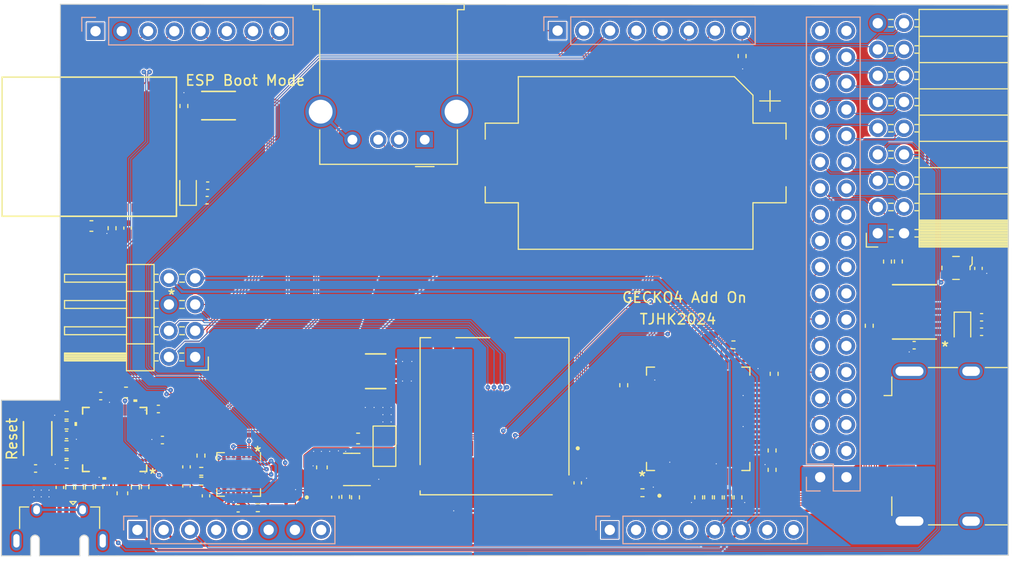
<source format=kicad_pcb>
(kicad_pcb (version 20221018) (generator pcbnew)
  (layers (0 "F.Cu" signal) (31 "B.Cu" signal) (34 "B.Paste" user) (35 "F.Paste" user) (36 "B.SilkS" user "B.Silkscreen") (37 "F.SilkS" user "F.Silkscreen") (38 "B.Mask" user) (39 "F.Mask" user) (44 "Edge.Cuts" user))
  (net 0 "")
  (net 1 "GND")
  (net 2 "Net-(U1-3V3OUT)")
  (net 3 "Net-(U1-USBDM)")
  (net 4 "Net-(U1-USBDP)")
  (net 6 "Net-(U1-~{DCD})")
  (net 7 "Net-(U1-~{CTS})")
  (net 10 "+3.3V")
  (net 11 "SDA")
  (net 12 "SCL")
  (net 13 "CAM_HS")
  (net 14 "CAM_VS")
  (net 15 "CAM_PCLK")
  (net 16 "CAM_D6")
  (net 17 "CAM_D7")
  (net 18 "CAM_D4")
  (net 19 "CAM_D5")
  (net 20 "CAM_D2")
  (net 21 "CAM_D3")
  (net 22 "CAM_D0")
  (net 23 "CAM_D1")
  (net 25 "Net-(U2-X2)")
  (net 26 "Net-(U2-X1)")
  (net 27 "Net-(BT1-+)")
  (net 28 "RTC_MFP")
  (net 29 "Net-(U4-CRFILT)")
  (net 30 "Net-(U4-PLLFILT)")
  (net 31 "+5V")
  (net 32 "Net-(U4-RESET_N)")
  (net 33 "D1-")
  (net 34 "D1+")
  (net 35 "Clock24MHz")
  (net 36 "Net-(U4-OCS_N1)")
  (net 37 "Net-(U4-SUSP_IND{slash}LOCAL_PWR{slash}NON_REM0)")
  (net 38 "Net-(U4-HS_IND{slash}CFG_SEL1)")
  (net 39 "Net-(U4-SCL{slash}SMBCLK{slash}CFG_SEL0)")
  (net 40 "Net-(U4-SDA{slash}SMBDATA{slash}NON_REM1)")
  (net 41 "Net-(U4-RBIAS)")
  (net 42 "Net-(U4-VBUS_DET)")
  (net 43 "EspD-")
  (net 44 "EspD+")
  (net 50 "UartD+")
  (net 51 "UartD-")
  (net 52 "UartnReset")
  (net 53 "EspEnable")
  (net 54 "Net-(U5-IO1)")
  (net 55 "Net-(U5-IO0)")
  (net 56 "Net-(U5-IO2)")
  (net 57 "Net-(U5-IO8)")
  (net 58 "Net-(U5-IO9)")
  (net 60 "EspIO3")
  (net 65 "EspIO10")
  (net 67 "EspIO4")
  (net 68 "EspIO5")
  (net 69 "EspIO6")
  (net 70 "EspIO7")
  (net 75 "EspRxd")
  (net 76 "EspTxd")
  (net 81 "SdD2")
  (net 82 "SdD3")
  (net 83 "GeckoD-")
  (net 84 "GeckoD+")
  (net 85 "Net-(J12-VBUS)")
  (net 86 "EnFPGA")
  (net 87 "Net-(U6-FB)")
  (net 89 "Net-(U6-SW)")
  (net 92 "/hdmi/TX2+")
  (net 93 "/hdmi/TX2-")
  (net 94 "/hdmi/TX1+")
  (net 95 "/hdmi/TX1-")
  (net 96 "/hdmi/TX0+")
  (net 97 "/hdmi/TX0-")
  (net 98 "/hdmi/TXC+")
  (net 99 "/hdmi/TXC-")
  (net 105 "Net-(U7-~{PD})")
  (net 106 "Net-(U7-EXT_SWING)")
  (net 107 "Net-(U7-ISEL{slash}~{RST})")
  (net 108 "Net-(U7-BSEL{slash}SCL)")
  (net 109 "Net-(U7-DSEL{slash}SDA)")
  (net 110 "Net-(U7-EDGE{slash}HTPLG)")
  (net 111 "Net-(U7-DKEN)")
  (net 112 "HDMI_De")
  (net 113 "HDMI_Hsync")
  (net 114 "HDMI_Vsync")
  (net 116 "HDMI_Red3")
  (net 117 "HDMI_Red2")
  (net 118 "HDMI_Red1")
  (net 119 "HDMI_Green4")
  (net 120 "HDMI_Green3")
  (net 121 "HDMI_Green2")
  (net 122 "HDMI_Green1")
  (net 123 "HDMI_Blue3")
  (net 124 "HDMI_Clk")
  (net 125 "HDMI_Blue2")
  (net 126 "HDMI_Blue1")
  (net 127 "CAM_nReset")
  (net 128 "UartRxd")
  (net 129 "UartTxd")
  (net 130 "Net-(D2-Pad2)")
  (net 131 "Net-(D2-Pad3)")
  (net 132 "Net-(U1-CBUS2)")
  (net 133 "Net-(U1-CBUS1)")
  (net 134 "GPIO0")
  (net 135 "GPIO1")
  (net 136 "GPIO2")
  (net 137 "GPIO3")
  (net 138 "DAC0")
  (net 139 "DAC1")
  (net 150 "HDMI_Red0")
  (net 151 "HDMI_Green0")
  (net 152 "HDMI_Blue0")
  (footprint "Capacitor_SMD:C_0402_1005Metric" (layer "F.Cu") (at 138.245 133.13)
    (fp_text reference "C8" hide)
    (fp_text value "100n" hide)
  )
  (footprint "Capacitor_SMD:C_0402_1005Metric" (layer "F.Cu") (at 53.25 145.0552 180)
    (fp_text reference "C22" hide)
    (fp_text value "100n" hide)
  )
  (footprint "Capacitor_SMD:C_0402_1005Metric" (layer "F.Cu") (at 69.85 119.1)
    (fp_text reference "C19" hide)
    (fp_text value "9pF" hide)
  )
  (footprint "Resistor_SMD:R_0402_1005Metric" (layer "F.Cu") (at 56.55 146.8952 -90)
    (fp_text reference "R19" hide)
    (fp_text value "100k" hide)
  )
  (footprint "Resistor_SMD:R_0402_1005Metric" (layer "F.Cu") (at 84.2 147.85 -90)
    (fp_text reference "R6" hide)
    (fp_text value "150k" hide)
  )
  (footprint "Crystal:Crystal_SMD_2012-2Pin_2.0x1.2mm" (layer "F.Cu") (at 68 118.4 90)
    (fp_text reference "Y2" hide)
    (fp_text value "RT2012-32.768-9-20-EXT-TR" hide)
  )
  (footprint "Resistor_SMD:R_0402_1005Metric" (layer "F.Cu") (at 110.15 137 90)
    (fp_text reference "C33" hide)
    (fp_text value "100n" hide)
  )
  (footprint "Capacitor_SMD:C_0402_1005Metric" (layer "F.Cu") (at 72.85 148.9)
    (fp_text reference "C1" hide)
    (fp_text value "100nF" hide)
  )
  (footprint "Capacitor_SMD:C_0402_1005Metric" (layer "F.Cu") (at 144.465 125.7 90)
    (fp_text reference "C5" hide)
    (fp_text value "100n" hide)
  )
  (footprint "Capacitor_SMD:C_0402_1005Metric" (layer "F.Cu") (at 56.25 141.8052 180)
    (fp_text reference "C9" hide)
    (fp_text value "100n" hide)
  )
  (footprint "Resistor_SMD:R_0402_1005Metric" (layer "F.Cu") (at 58.45 146.9052 90)
    (fp_text reference "R14" hide)
    (fp_text value "10k" hide)
  )
  (footprint "Crystal:Crystal_SMD_2012-2Pin_2.0x1.2mm" (layer "F.Cu") (at 142.915 131.13 -90)
    (fp_text reference "Y1" hide)
    (fp_text value "RT2012-32.768-9-20-EXT-TR" hide)
  )
  (footprint "Resistor_SMD:R_0402_1005Metric" (layer "F.Cu") (at 69.2775 145.33125)
    (fp_text reference "R2" hide)
    (fp_text value "27R" hide)
  )
  (footprint "Resistor_SMD:R_0402_1005Metric" (layer "F.Cu") (at 124.5 143.31 -90)
    (fp_text reference "R26" hide)
    (fp_text value "510R" hide)
  )
  (footprint "Capacitor_SMD:C_0402_1005Metric" (layer "F.Cu") (at 144.765 130.43)
    (fp_text reference "C6" hide)
    (fp_text value "9pF" hide)
  )
  (footprint "Resistor_SMD:R_0402_1005Metric" (layer "F.Cu") (at 69.2775 146.28125)
    (fp_text reference "R1" hide)
    (fp_text value "27R" hide)
  )
  (footprint "Capacitor_SMD:C_0402_1005Metric" (layer "F.Cu") (at 59.4 146.8752 -90)
    (fp_text reference "C16" hide)
    (fp_text value "100n" hide)
  )
  (footprint "Capacitor_SMD:C_0402_1005Metric" (layer "F.Cu") (at 62.15 121.8 90)
    (fp_text reference "C24" hide)
    (fp_text value "100n" hide)
  )
  (footprint "Package_TO_SOT_SMD:SOT-23-5" (layer "F.Cu") (at 83.8375 145.15 180)
    (fp_text reference "U6" hide)
    (fp_text value "NCP1529A" hide)
  )
  (footprint "Resistor_SMD:R_0402_1005Metric" (layer "F.Cu") (at 56.25 144.6552 180)
    (fp_text reference "R21" hide)
    (fp_text value "100k" hide)
  )
  (footprint "addOnTemplate:SW_B3U-1000P_OMR" (layer "F.Cu") (at 70.950002 109.95)
    (fp_text reference "SW3" hide)
    (fp_text value "B3U-1000P[]" hide)
  )
  (footprint "Resistor_SMD:R_0402_1005Metric" (layer "F.Cu") (at 121.6 105.16 90)
    (fp_text reference "R34" hide)
    (fp_text value "10k" hide)
  )
  (footprint "Capacitor_SMD:C_0402_1005Metric" (layer "F.Cu") (at 144.765 131.83)
    (fp_text reference "C7" hide)
    (fp_text value "9pF" hide)
  )
  (footprint "Resistor_SMD:R_0402_1005Metric" (layer "F.Cu") (at 69.25 143.81 -90)
    (fp_text reference "R32" hide)
    (fp_text value "768R" hide)
  )
  (footprint "Capacitor_SMD:C_0402_1005Metric" (layer "F.Cu") (at 69.7375 147.70125 -90)
    (fp_text reference "C4" hide)
    (fp_text value "100nF" hide)
  )
  (footprint "Capacitor_SMD:C_0402_1005Metric" (layer "F.Cu") (at 82.25 147.83 90)
    (fp_text reference "C17" hide)
    (fp_text value "18p" hide)
  )
  (footprint "Resistor_SMD:R_0402_1005Metric" (layer "F.Cu") (at 118.35 147.84 90)
    (fp_text reference "R25" hide)
    (fp_text value "10k" hide)
  )
  (footprint "Capacitor_SMD:C_0402_1005Metric" (layer "F.Cu") (at 55.6 146.8852 90)
    (fp_text reference "C21" hide)
    (fp_text value "100n" hide)
  )
  (footprint "Resistor_SMD:R_0402_1005Metric" (layer "F.Cu") (at 133.9 131.25 -90)
    (fp_text reference "R35" hide)
    (fp_text value "10k" hide)
  )
  (footprint "Connector_USB:USB_A_Molex_67643_Horizontal" (layer "F.Cu") (at 90.9 113.25 180)
    (fp_text reference "J12" hide)
    (fp_text value "USB_B" hide)
  )
  (footprint "Resistor_SMD:R_0402_1005Metric" (layer "F.Cu") (at 111.96 147.4)
    (fp_text reference "C32" hide)
    (fp_text value "100n" hide)
  )
  (footprint "Capacitor_SMD:C_0402_1005Metric" (layer "F.Cu") (at 67.85 146.75 -90)
    (fp_text reference "C3" hide)
    (fp_text value "47pF" hide)
  )
  (footprint "Connector_PinHeader_2.54mm:PinHeader_2x04_P2.54mm_Horizontal" (layer "F.Cu") (at 68.69 134.27 180)
    (fp_text reference "J5" hide)
    (fp_text value "Conn_01x08" hide)
  )
  (footprint "Resistor_SMD:R_0402_1005Metric" (layer "F.Cu") (at 60.65 121.81 -90)
    (fp_text reference "R9" hide)
    (fp_text value "10k" hide)
  )
  (footprint "Capacitor_SMD:C_0402_1005Metric" (layer "F.Cu") (at 69.9 117.7)
    (fp_text reference "C18" hide)
    (fp_text value "9pF" hide)
  )
  (footprint "addOnTemplate:SW_B3U-1000P_OMR" (layer "F.Cu") (at 53.45 142.1552 90)
    (fp_text reference "SW1" hide)
    (fp_text value "B3U-1000P[]" hide)
  )
  (footprint "Capacitor_SMD:C_0603_1608Metric" (layer "F.Cu") (at 84.45 142.15 180)
    (fp_text reference "C26" hide)
    (fp_text value "C1608X5R0J106M080AB" hide)
  )
  (footprint "Capacitor_SMD:C_0603_1608Metric" (layer "F.Cu") (at 61.65 147.4552 -90)
    (fp_text reference "C20" hide)
    (fp_text value "C1608X5R0J106M080AB" hide)
  )
  (footprint "Battery:BatteryHolder_Keystone_1060_1x2032" (layer "F.Cu") (at 111.3 115.5 180)
    (fp_text reference "BT1" hide)
    (fp_text value "Battery_Cell" hide)
  )
  (footprint "addOnTemplate:DS1338Z-33&plus_T&R" (layer "F.Cu") (at 138.27415 129.905 180)
    (fp_text reference "U2" hide)
    (fp_text value "DS1338Z-33+T&R" hide)
  )
  (footprint "Oscillator:Oscillator_SMD_ECS_2520MV-xxx-xx-4Pin_2.5x2.0mm" (layer "F.Cu") (at 142.29 125.655 -90)
    (fp_text reference "X1" hide)
    (fp_text value "ECS-2520MV-240-BL-TR" hide)
  )
  (footprint "Resistor_SMD:R_0402_1005Metric" (layer "F.Cu") (at 56.25 140.8552)
    (fp_text reference "R17" hide)
    (fp_text value "10k" hide)
  )
  (footprint "addOnTemplate:LED_APHBM2012SURKCGKC" (layer "F.Cu") (at 77.4875 148.35)
    (fp_text reference "D2" hide)
    (fp_text value "APHBM2012SURKCGKC" hide)
  )
  (footprint "Resistor_SMD:R_0402_1005Metric" (layer "F.Cu") (at 62.9 146.9052 90)
    (fp_text reference "R18" hide)
    (fp_text value "12k" hide)
  )
  (footprint "addOnTemplate:ESP32-C3-MINI-1_EXP" (layer "F.Cu") (at 58.4449 113.925 90)
    (fp_text reference "U5" hide)
    (fp_text value "ESP32-C3-MINI-1-N4" hide)
  )
  (footprint "Capacitor_SMD:C_0603_1608Metric" (layer "F.Cu") (at 80.95 144.95 -90)
    (fp_text reference "C13" hide)
    (fp_text value "C1608X5R0J106M080AB" hide)
  )
  (footprint "Resistor_SMD:R_0402_1005Metric" (layer "F.Cu") (at 56.24 142.7552)
    (fp_text reference "R16" hide)
    (fp_text value "10k" hide)
  )
  (footprint "Resistor_SMD:R_0402_1005Metric" (layer "F.Cu") (at 67.6 109.99 90)
    (fp_text reference "R10" hide)
    (fp_text value "10k" hide)
  )
  (footprint "Resistor_SMD:R_0402_1005Metric" (layer "F.Cu") (at 124.5 145.19 90)
    (fp_text reference "C35" hide)
    (fp_text value "100n" hide)
  )
  (footprint "Resistor_SMD:R_0402_1005Metric" (layer "F.Cu") (at 74.75 148.85 180)
    (fp_text reference "R33" hide)
    (fp_text value "330R" hide)
  )
  (footprint "addOnTemplate:SOT26_DIO" (layer "F.Cu") (at 86.15 135.649999)
    (fp_text reference "U3" hide)
    (fp_text value "AP2281-3WG-7" hide)
  )
  (footprint "Resistor_SMD:R_0402_1005Metric" (layer "F.Cu") (at 121.2 147.85 -90)
    (fp_text reference "R28" hide)
    (fp_text value "10k" hide)
  )
  (footprint "addOnTemplate:QFN36_6X6MC_MCH" (layer "F.Cu") (at 60.899999 142.25 180)
    (fp_text reference "U4" hide)
    (fp_text value "USB2513B-AEZC" hide)
  )
  (footprint "Capacitor_SMD:C_0603_1608Metric" (layer "F.Cu") (at 62 137.7)
    (fp_text reference "C11" hide)
    (fp_text value "C1608X5R0J106M080AB" hide)
  )
  (footprint "Connector_USB:USB_Micro-AB_Molex_47590-0001" (layer "F.Cu") (at 55.575 152.05)
    (fp_text reference "J1" hide)
    (fp_text value "USB_B_Micro" hide)
    (fp_line (start -3.75 1.45) (end -2.8 1.45) (stroke (width 0.1)) (layer "Edge.Cuts"))
    (fp_line (start -2.8 -0.125) (end -2.8 1.45) (stroke (width 0.1)) (layer "Edge.Cuts"))
    (fp_line (start -1.95 -0.125) (end -1.95 1.45) (stroke (width 0.1)) (layer "Edge.Cuts"))
    (fp_line (start -1.95 1.45) (end 1.95 1.45) (stroke (width 0.1)) (layer "Edge.Cuts"))
    (fp_line (start 1.95 -0.125) (end 1.95 1.45) (stroke (width 0.1)) (layer "Edge.Cuts"))
    (fp_line (start 2.8 -0.125) (end 2.8 1.45) (stroke (width 0.1)) (layer "Edge.Cuts"))
    (fp_line (start 2.8 1.45) (end 3.75 1.45) (stroke (width 0.1)) (layer "Edge.Cuts"))
    (fp_arc (start -2.8 -0.125) (mid -2.375 -0.55) (end -1.95 -0.125) (stroke (width 0.1)) (layer "Edge.Cuts"))
    (fp_arc (start 1.95 -0.125) (mid 2.375 -0.55) (end 2.8 -0.125) (stroke (width 0.1)) (layer "Edge.Cuts"))
  )
  (footprint "Resistor_SMD:R_0402_1005Metric" (layer "F.Cu") (at 136.715 125.03 -90)
    (fp_text reference "R4" hide)
    (fp_text value "4k7" hide)
  )
  (footprint "Package_DFN_QFN:QFN-20-1EP_4x4mm_P0.5mm_EP2.5x2.5mm" (layer "F.Cu") (at 72.9 145.63125 -90)
    (fp_text reference "U1" hide)
    (fp_text value "FT231XQ" hide)
  )
  (footprint "Resistor_SMD:R_0402_1005Metric" (layer "F.Cu") (at 124.7 135.9 90)
    (fp_text reference "C34" hide)
    (fp_text value "100n" hide)
  )
  (footprint "Capacitor_SMD:C_0402_1005Metric" (layer "F.Cu") (at 65.13 139.3)
    (fp_text reference "C14" hide)
    (fp_text value "100n" hide)
  )
  (footprint "Connector_PinSocket_2.54mm:PinSocket_2x09_P2.54mm_Horizontal" (layer "F.Cu") (at 134.725 122.3 180)
    (fp_text reference "J2" hide)
    (fp_text value "Conn_02x09_Odd_Even" hide)
  )
  (footprint "Resistor_SMD:R_0402_1005Metric" (layer "F.Cu") (at 56.25 139.9052 180)
    (fp_text reference "R11" hide)
    (fp_text value "10k" hide)
  )
  (footprint "Capacitor_SMD:C_0402_1005Metric" (layer "F.Cu") (at 65.52 142.3052)
    (fp_text reference "C12" hide)
    (fp_text value "100n" hide)
  )
  (footprint "Capacitor_SMD:C_0402_1005Metric" (layer "F.Cu") (at 105.7 146.45 90)
    (fp_text reference "C25" hide)
    (fp_text value "100n" hide)
  )
  (footprint "Resistor_SMD:R_0402_1005Metric" (layer "F.Cu") (at 117.4 147.85 -90)
    (fp_text reference "R30" hide)
    (fp_text value "10k" hide)
  )
  (footprint "addOnTemplate:LQM2HPN2R2MJ0L" (layer "F.Cu") (at 87 142.8 90)
    (fp_text reference "L1" hide)
    (fp_text value "LQM2HPN2R2MJ0L" hide)
  )
  (footprint "Capacitor_SMD:C_0402_1005Metric" (layer "F.Cu") (at 59.55 138.05 180)
    (fp_text reference "C15" hide)
    (fp_text value "100n" hide)
  )
  (footprint "Resistor_SMD:R_0402_1005Metric" (layer "F.Cu") (at 56.25 143.7052)
    (fp_text reference "R15" hide)
    (fp_text value "10k" hide)
  )
  (footprint "Resistor_SMD:R_0402_1005Metric" (layer "F.Cu") (at 120.25 147.85 -90)
    (fp_text reference "R29" hide)
    (fp_text value "10k" hide)
  )
  (footprint "Capacitor_SMD:C_0603_1608Metric" (layer "F.Cu") (at 58.65 121.6 180)
    (fp_text reference "C23" hide)
    (fp_text value "C1608X5R0J106M080AB" hide)
  )
  (footprint "Connector_HDMI:HDMI_A_Molex_208658-1001_Horizontal" (layer "F.Cu") (at 140.315 142.9)
    (fp_text reference "J4" hide)
    (fp_text value "HDMI_A" hide)
  )
  (footprint "Capacitor_SMD:C_0402_1005Metric" (layer "F.Cu") (at 67.85 144.9 90)
    (fp_text reference "C2" hide)
    (fp_text value "47pF" hide)
  )
  (footprint "Resistor_SMD:R_0402_1005Metric" (layer "F.Cu") (at 119.3 147.85 -90)
    (fp_text reference "R27" hide)
    (fp_text value "10k" hide)
  )
  (footprint "addOnTemplate:AMPHENOL_GTFP08431BEU" (layer "F.Cu") (at 97.65 145.95)
    (fp_text reference "J3" hide)
    (fp_text value "GTFP08431BEU" hide)
  )
  (footprint "Resistor_SMD:R_0402_1005Metric" (layer "F.Cu") (at 57.5 146.9052 90)
    (fp_text reference "R20" hide)
    (fp_text value "100k" hide)
  )
  (footprint "addOnTemplate:QFP50P1200X1200X120-64N" (layer "F.Cu") (at 117.35 140.25 90)
    (fp_text reference "U7" hide)
    (fp_text value "SII164CTG64" hide)
  )
  (footprint "Resistor_SMD:R_0402_1005Metric" (layer "F.Cu") (at 120.76 133.1)
    (fp_text reference "R31" hide)
    (fp_text value "10k" hide)
  )
  (footprint "Resistor_SMD:R_0402_1005Metric" (layer "F.Cu") (at 83.25 147.8 90)
    (fp_text reference "R5" hide)
    (fp_text value "680k" hide)
  )
  (footprint "Capacitor_SMD:C_0402_1005Metric" (layer "F.Cu") (at 63.85 146.9052 -90)
    (fp_text reference "C10" hide)
    (fp_text value "100n" hide)
  )
  (footprint "Resistor_SMD:R_0402_1005Metric" (layer "F.Cu") (at 135.665 125.04 -90)
    (fp_text reference "R3" hide)
    (fp_text value "4k7" hide)
  )
  (footprint "Connector_PinHeader_2.54mm:PinHeader_1x08_P2.54mm_Vertical" (layer "B.Cu") (at 103.75 102.7 -90)
    (fp_text reference "J9" hide)
    (fp_text value "Conn_01x08" hide)
  )
  (footprint "Connector_PinHeader_2.54mm:PinHeader_1x08_P2.54mm_Vertical" (layer "B.Cu") (at 108.8 151 -90)
    (fp_text reference "J8" hide)
    (fp_text value "Conn_01x08" hide)
  )
  (footprint "Connector_PinHeader_2.54mm:PinHeader_2x18_P2.54mm_Vertical" (layer "B.Cu") (at 129.15 145.9)
    (fp_text reference "J6" hide)
    (fp_text value "Conn_02x18_Odd_Even" hide)
  )
  (footprint "Connector_PinHeader_2.54mm:PinHeader_1x08_P2.54mm_Vertical" (layer "B.Cu") (at 63.1 151 -90)
    (fp_text reference "J7" hide)
    (fp_text value "Conn_01x08" hide)
  )
  (footprint "Connector_PinHeader_2.54mm:PinHeader_1x08_P2.54mm_Vertical" (layer "B.Cu") (at 59.05 102.75 -90)
    (fp_text reference "J11" hide)
    (fp_text value "Conn_01x08" hide)
  )
  (gr_line (start 147.35 153.45) (end 59.325 153.5) (stroke (width 0.1)) (layer "Edge.Cuts"))
  (gr_line (start 49.95 153.5) (end 49.95 138.45) (stroke (width 0.1)) (layer "Edge.Cuts"))
  (gr_line (start 55.6 138.45) (end 55.65 100.15) (stroke (width 0.1)) (layer "Edge.Cuts"))
  (gr_line (start 49.95 138.45) (end 55.6 138.45) (stroke (width 0.1)) (layer "Edge.Cuts"))
  (gr_line (start 51.825 153.5) (end 49.95 153.5) (stroke (width 0.1)) (layer "Edge.Cuts"))
  (gr_line (start 55.65 100.15) (end 147.35 100.2) (stroke (width 0.1)) (layer "Edge.Cuts"))
  (gr_line (start 147.35 100.2) (end 147.35 153.45) (stroke (width 0.1)) (layer "Edge.Cuts"))
  (gr_text "ESP Boot Mode" (at 67.65 108.1) (layer "F.SilkS") (effects (font (size 1 1)) (justify left bottom)))
  (gr_text "*\n" (at 64.1 146.2052) (layer "F.SilkS") (effects (font (size 1 1)) (justify left bottom)))
  (gr_text "*\n" (at 65.9188 128.868597) (layer "F.SilkS") (effects (font (size 1 1)) (justify left bottom)))
  (gr_text "GECKO4 Add On" (at 109.9 129.1) (layer "F.SilkS") (effects (font (size 1 1)) (justify left bottom)))
  (gr_text "*\n" (at 74.25 144.05) (layer "F.SilkS") (effects (font (size 1 1)) (justify left bottom)))
  (gr_text "*\n" (at 111.45 146.45) (layer "F.SilkS") (effects (font (size 1 1)) (justify left bottom)))
  (gr_text "Reset\n" (at 51.55 144.3552 90) (layer "F.SilkS") (effects (font (size 1 1)) (justify left bottom)))
  (gr_text "TJHK2024\n" (at 111.6 131.2) (layer "F.SilkS") (effects (font (size 1 1)) (justify left bottom)))
  (gr_text "*\n" (at 140.75 133.9) (layer "F.SilkS") (effects (font (size 1 1)) (justify left bottom)))
  (segment (start 59.34 147.4152) (end 59.4 147.3552) (width 0.25) (layer "F.Cu") (net 1))
  (segment (start 69.7375 148.18125) (end 70.4875 148.18125) (width 0.25) (layer "F.Cu") (net 1))
  (segment (start 120.6 133.77) (end 121.27 133.1) (width 0.25) (layer "F.Cu") (net 1))
  (segment (start 111.45 144.3) (end 111.75 144) (width 0.25) (layer "F.Cu") (net 1))
  (segment (start 137.03 146.4) (end 138.6 146.4) (width 0.25) (layer "F.Cu") (net 1))
  (segment (start 66 142.3052) (end 66.65 142.3052) (width 0.25) (layer "F.Cu") (net 1))
  (segment (start 138.6 146.4) (end 138.85 146.15) (width 0.25) (layer "F.Cu") (net 1))
  (segment (start 142.115 125.68) (end 141.365 124.93) (width 0.25) (layer "F.Cu") (net 1))
  (segment (start 66.100004 119.875004) (end 66.1 119.875) (width 0.25) (layer "F.Cu") (net 1))
  (segment (start 62.399999 139.4052) (end 62.399999 140.75) (width 0.25) (layer "F.Cu") (net 1))
  (segment (start 68.4 147.2) (end 67.86024 147.2) (width 0.25) (layer "F.Cu") (net 1))
  (segment (start 138.85 143.35) (end 138.85 141.95) (width 0.25) (layer "F.Cu") (net 1))
  (segment (start 53.850002 140.8552) (end 53.45 140.455198) (width 0.25) (layer "F.Cu") (net 1))
  (segment (start 67.86024 147.2) (end 67.84899 147.21125) (width 0.25) (layer "F.Cu") (net 1))
  (segment (start 144.465 125.22) (end 144.005 125.68) (width 0.25) (layer "F.Cu") (net 1))
  (segment (start 137.03 138.9) (end 138.85 138.9) (width 0.25) (layer "F.Cu") (net 1))
  (segment (start 62.399999 140.75) (end 60.899999 142.25) (width 0.25) (layer "F.Cu") (net 1))
  (segment (start 62.6 140.5552) (end 62.399999 140.75) (width 0.25) (layer "F.Cu") (net 1))
  (segment (start 122.95 144) (end 121.85 144) (width 0.25) (layer "F.Cu") (net 1))
  (segment (start 124.5 145.7) (end 124.5 146.3) (width 0.25) (layer "F.Cu") (net 1))
  (segment (start 55.575 152.05) (end 54.925 151.4) (width 0.25) (layer "F.Cu") (net 1))
  (segment (start 117.1 145.85) (end 116.1 145.85) (width 0.25) (layer "F.Cu") (net 1))
  (segment (start 61.55 141.599999) (end 61.55 141.6052) (width 0.25) (layer "F.Cu") (net 1))
  (segment (start 144.005 125.68) (end 142.115 125.68) (width 0.25) (layer "F.Cu") (net 1))
  (segment (start 138.85 146.15) (end 138.85 143.35) (width 0.25) (layer "F.Cu") (net 1))
  (segment (start 72.9 143.69375) (end 72.9 145.63125) (width 0.1) (layer "F.Cu") (net 1))
  (segment (start 145.245 130.43) (end 145.245 131.83) (width 0.25) (layer "F.Cu") (net 1))
  (segment (start 137.03 140.4) (end 138.8 140.4) (width 0.25) (layer "F.Cu") (net 1))
  (segment (start 55.74 140.8552) (end 55.74 142.7452) (width 0.25) (layer "F.Cu") (net 1))
  (segment (start 55.74 140.8552) (end 53.850002 140.8552) (width 0.25) (layer "F.Cu") (net 1))
  (segment (start 137.03 141.9) (end 138.8 141.9) (width 0.25) (layer "F.Cu") (net 1))
  (segment (start 54.925 149.375) (end 53.675 149.375) (width 0.25) (layer "F.Cu") (net 1))
  (segment (start 73.33 148.9) (end 72.9 148.47) (width 0.25) (layer "F.Cu") (net 1))
  (segment (start 72.9 148.47) (end 72.9 147.56875) (width 0.25) (layer "F.Cu") (net 1))
  (segment (start 57.5 148.75) (end 57.8 149.05) (width 0.25) (layer "F.Cu") (net 1))
  (segment (start 57.5 147.4152) (end 59.34 147.4152) (width 0.25) (layer "F.Cu") (net 1))
  (segment (start 138.85 136.71) (end 137.79 135.65) (width 0.25) (layer "F.Cu") (net 1))
  (segment (start 67.8375 144.43125) (end 68.38125 144.43125) (width 0.25) (layer "F.Cu") (net 1))
  (segment (start 138.85 140.35) (end 138.85 138.9) (width 0.25) (layer "F.Cu") (net 1))
  (segment (start 72.9 147.56875) (end 72.9 145.63125) (width 0.25) (layer "F.Cu") (net 1))
  (segment (start 68.38125 144.43125) (end 68.4 144.45) (width 0.25) (layer "F.Cu") (net 1))
  (segment (start 54.925 151.4) (end 54.925 149.375) (width 0.25) (layer "F.Cu") (net 1))
  (segment (start 122.95 142.5) (end 121.7 142.5) (width 0.25) (layer "F.Cu") (net 1))
  (segment (start 53.675 149.375) (end 53.35 149.05) (width 0.25) (layer "F.Cu") (net 1))
  (segment (start 61.55 141.6052) (end 61.544799 141.6052) (width 0.25) (layer "F.Cu") (net 1))
  (segment (start 122.95 136.5) (end 124.61 136.5) (width 0.25) (layer "F.Cu") (net 1))
  (segment (start 52.77 145.0552) (end 52.25 145.0552) (width 0.25) (layer "F.Cu") (net 1))
  (segment (start 137.03 143.4) (end 138.8 143.4) (width 0.25) (layer "F.Cu") (net 1))
  (segment (start 111.75 144) (end 111.75 142.5) (width 0.25) (layer "F.Cu") (net 1))
  (segment (start 111.75 140) (end 112.95 140) (width 0.25) (layer "F.Cu") (net 1))
  (segment (start 109.51 137.51) (end 109.5 137.5) (width 0.25) (layer "F.Cu") (net 1))
  (segment (start 61.544799 141.6052) (end 60.899999 142.25) (width 0.25) (layer "F.Cu") (net 1))
  (segment (start 111.45 147.4) (end 111.45 144.3) (width 0.25) (layer "F.Cu") (net 1))
  (segment (start 62.085 148.2302) (end 62.9 147.4152) (width 0.25) (layer "F.Cu") (net 1))
  (segment (start 120.6 134.65) (end 120.6 133.77) (width 0.25) (layer "F.Cu") (net 1))
  (segment (start 62.399999 140.75) (end 61.55 141.599999) (width 0.25) (layer "F.Cu") (net 1))
  (segment (start 121.1 145.85) (end 121.1 144.75) (width 0.25) (layer "F.Cu") (net 1))
  (segment (start 111.75 137.5) (end 110.16 137.5) (width 0.25) (layer "F.Cu") (net 1))
  (segment (start 121.1 144.75) (end 121.85 144) (width 0.25) (layer "F.Cu") (net 1))
  (segment (start 62.9 147.4152) (end 63.82 147.4152) (width 0.25) (layer "F.Cu") (net 1))
  (segment (start 138.85 138.9) (end 138.85 136.71) (width 0.25) (layer "F.Cu") (net 1))
  (segment (start 116.6 145.85) (end 116.6 144.6) (width 0.25) (layer "F.Cu") (net 1))
  (segment (start 57.5 146.96) (end 57.5 148.75) (width 0.25) (layer "F.Cu") (net 1))
  (segment (start 120.25 148.36) (end 119.3 148.36) (width 0.25) (layer "F.Cu") (net 1))
  (segment (start 55.74 142.7452) (end 55.73 142.7552) (width 0.25) (layer "F.Cu") (net 1))
  (segment (start 138.85 141.95) (end 138.85 140.35) (width 0.25) (layer "F.Cu") (net 1))
  (segment (start 122.95 139.5) (end 121.7 139.5) (width 0.25) (layer "F.Cu") (net 1))
  (segment (start 61.65 148.2302) (end 62.085 148.2302) (width 0.25) (layer "F.Cu") (net 1))
  (segment (start 110.16 137.5) (end 110.15 137.51) (width 0.25) (layer "F.Cu") (net 1))
  (segment (start 111.75 138.5) (end 111.75 137.5) (width 0.25) (layer "F.Cu") (net 1))
  (segment (start 138.8 143.4) (end 138.85 143.35) (width 0.25) (layer "F.Cu") (net 1))
  (segment (start 138.8 141.9) (end 138.85 141.95) (width 0.25) (layer "F.Cu") (net 1))
  (segment (start 63.82 147.4152) (end 63.85 147.3852) (width 0.25) (layer "F.Cu") (net 1))
  (segment (start 110.15 137.51) (end 109.51 137.51) (width 0.25) (layer "F.Cu") (net 1))
  (segment (start 138.8 140.4) (end 138.85 140.35) (width 0.25) (layer "F.Cu") (net 1))
  (segment (start 124.61 136.5) (end 124.7 136.41) (width 0.25) (layer "F.Cu") (net 1))
  (segment (start 53.35 149.05) (end 57.8 149.05) (width 0.25) (layer "B.Cu") (net 1))
  (segment (start 83.54 113.25) (end 83.9 113.25) (width 0.25) (layer "B.Cu") (net 1))
  (segment (start 80.83 110.54) (end 83.54 113.25) (width 0.25) (layer "B.Cu") (net 1))
  (segment (start 74.8375 144.63125) (end 75.7375 144.63125) (width 0.25) (layer "F.Cu") (net 2))
  (segment (start 70.9625 146.63125) (end 70.9625 147.19625) (width 0.25) (layer "F.Cu") (net 2))
  (segment (start 70.9625 147.19625) (end 70.9875 147.22125) (width 0.25) (layer "F.Cu") (net 2))
  (segment (start 75.7375 144.63125) (end 76.0375 144.33125) (width 0.25) (layer "F.Cu") (net 2))
  (segment (start 69.7375 147.22125) (end 70.9875 147.22125) (width 0.25) (layer "F.Cu") (net 2))
  (via (at 76.0375 144.33125) (size 0.45) (drill 0.1) (layers "F.Cu" "B.Cu") (net 2))
  (via (at 70.9875 147.22125) (size 0.45) (drill 0.1) (layers "F.Cu" "B.Cu") (net 2))
  (segment (start 70.9875 147.22125) (end 75.2975 147.22125) (width 0.25) (layer "B.Cu") (net 2))
  (segment (start 76.4875 146.03125) (end 76.4875 144.78125) (width 0.25) (layer "B.Cu") (net 2))
  (segment (start 76.4875 144.78125) (end 76.0375 144.33125) (width 0.25) (layer "B.Cu") (net 2))
  (segment (start 75.2975 147.22125) (end 76.4875 146.03125) (width 0.25) (layer "B.Cu") (net 2))
  (segment (start 69.9375 146.13125) (end 69.7875 146.28125) (width 0.1) (layer "F.Cu") (net 3))
  (segment (start 70.9625 146.13125) (end 69.9375 146.13125) (width 0.1) (layer "F.Cu") (net 3))
  (segment (start 70.9625 145.63125) (end 70.0875 145.63125) (width 0.1) (layer "F.Cu") (net 4))
  (segment (start 70.0875 145.63125) (end 69.7875 145.33125) (width 0.1) (layer "F.Cu") (net 4))
  (segment (start 72.4 143.69375) (end 72.4 142.94375) (width 0.1) (layer "F.Cu") (net 6))
  (segment (start 71.9 143.69375) (end 72.4 143.69375) (width 0.1) (layer "F.Cu") (net 6))
  (segment (start 72.4 142.94375) (end 72.3875 142.93125) (width 0.1) (layer "F.Cu") (net 6))
  (segment (start 74.8375 145.63125) (end 76.0375 145.63125) (width 0.1) (layer "F.Cu") (net 6))
  (via (at 76.0375 145.63125) (size 0.45) (drill 0.1) (layers "F.Cu" "B.Cu") (net 6))
  (via (at 72.3875 142.93125) (size 0.45) (drill 0.1) (layers "F.Cu" "B.Cu") (net 6))
  (segment (start 72.3875 142.93125) (end 74.059252 142.93125) (width 0.1) (layer "B.Cu") (net 6))
  (segment (start 74.059252 142.93125) (end 76.0625 144.934498) (width 0.1) (layer "B.Cu") (net 6))
  (segment (start 76.0625 145.60625) (end 76.0375 145.63125) (width 0.1) (layer "B.Cu") (net 6))
  (segment (start 76.0625 144.934498) (end 76.0625 145.60625) (width 0.1) (layer "B.Cu") (net 6))
  (segment (start 70.9625 144.63125) (end 70.9625 144.04375) (width 0.1) (layer "F.Cu") (net 7))
  (segment (start 74.8375 145.13125) (end 75.5875 145.13125) (width 0.1) (layer "F.Cu") (net 7))
  (segment (start 70.9625 144.04375) (end 70.95 144.03125) (width 0.1) (layer "F.Cu") (net 7))
  (via (at 70.95 144.03125) (size 0.45) (drill 0.1) (layers "F.Cu" "B.Cu") (net 7))
  (via (at 75.5875 145.13125) (size 0.45) (drill 0.1) (layers "F.Cu" "B.Cu") (net 7))
  (segment (start 74.4875 144.03125) (end 75.5875 145.13125) (width 0.1) (layer "B.Cu") (net 7))
  (segment (start 70.95 144.03125) (end 74.4875 144.03125) (width 0.1) (layer "B.Cu") (net 7))
  (segment (start 60.65 122.32) (end 60.15 122.32) (width 0.25) (layer "F.Cu") (net 10))
  (segment (start 110.16 136.5) (end 110.15 136.49) (width 0.25) (layer "F.Cu") (net 10))
  (segment (start 64.5448 139.4052) (end 64.65 139.3) (width 0.25) (layer "F.Cu") (net 10))
  (segment (start 61.98 121.32) (end 60.98 122.32) (width 0.25) (layer "F.Cu") (net 10))
  (segment (start 96.29 143.3) (end 96.29 143.65) (width 0.25) (layer "F.Cu") (net 10))
  (segment (start 57.1748 142.25) (end 56.73 141.8052) (width 0.25) (layer "F.Cu") (net 10))
  (segment (start 78.3875 148.825) (end 78.3875 147.875) (width 0.1) (layer "F.Cu") (net 10))
  (segment (start 55.74 143.7052) (end 55.74 144.6552) (width 0.25) (layer "F.Cu") (net 10))
  (segment (start 137.515 123.93) (end 137.265 123.68) (width 0.25) (layer "F.Cu") (net 10))
  (segment (start 106.52 145.97) (end 106.55 146) (width 0.25) (layer "F.Cu") (net 10))
  (segment (start 137.105 125.54) (end 137.515 125.13) (width 0.25) (layer "F.Cu") (net 10))
  (segment (start 72.4 147.56875) (end 72.4 148.87) (width 0.25) (layer "F.Cu") (net 10))
  (segment (start 144.265 126.38) (end 144.465 126.18) (width 0.25) (layer "F.Cu") (net 10))
  (segment (start 111.75 136.5) (end 113.15 136.5) (width 0.25) (layer "F.Cu") (net 10))
  (segment (start 137.2961 131.7611) (end 137.765 132.23) (width 0.25) (layer "F.Cu") (net 10))
  (segment (start 137.515 125.13) (end 137.515 123.93) (width 0.25) (layer "F.Cu") (net 10))
  (segment (start 121.6 105.67) (end 121.6 106.35) (width 0.1) (layer "F.Cu") (net 10))
  (segment (start 80.86 148.31) (end 79.65 147.1) (width 0.1) (layer "F.Cu") (net 10))
  (segment (start 96.3 143.66) (end 96.3 144.45) (width 0.25) (layer "F.Cu") (net 10))
  (segment (start 63.85 145.5052) (end 63.85 146.4252) (width 0.25) (layer "F.Cu") (net 10))
  (segment (start 122.95 141) (end 121.7 141) (width 0.25) (layer "F.Cu") (net 10))
  (segment (start 57.3 142.25) (end 57.218187 142.25) (width 0.25) (layer "F.Cu") (net 10))
  (segment (start 55.15 144.6552) (end 55.74 144.6552) (width 0.25) (layer "F.Cu") (net 10))
  (segment (start 136.705 125.55) (end 136.715 125.54) (width 0.25) (layer "F.Cu") (net 10))
  (segment (start 83.25 148.31) (end 80.86 148.31) (width 0.1) (layer "F.Cu") (net 10))
  (segment (start 96.29 143.65) (end 96.3 143.66) (width 0.25) (layer "F.Cu") (net 10))
  (segment (start 116.71 148.36) (end 116.7 148.35) (width 0.25) (layer "F.Cu") (net 10))
  (segment (start 62.9 145.0948) (end 63.4396 145.0948) (width 0.25) (layer "F.Cu") (net 10))
  (segment (start 60.98 122.32) (end 60.65 122.32) (width 0.25) (layer "F.Cu") (net 10))
  (segment (start 137.765 132.23) (end 137.765 133.13) (width 0.25) (layer "F.Cu") (net 10))
  (segment (start 137.765 133.13) (end 137.765 133.78) (width 0.25) (layer "F.Cu") (net 10))
  (segment (start 67.6 109.48) (end 67.6 108.7) (width 0.25) (layer "F.Cu") (net 10))
  (segment (start 97.25 145.4) (end 105.13 145.4) (width 0.25) (layer "F.Cu") (net 10))
  (segment (start 60.15 122.32) (end 58.75 120.92) (width 0.25) (layer "F.Cu") (net 10))
  (segment (start 117.4 148.36) (end 116.71 148.36) (width 0.25) (layer "F.Cu") (net 10))
  (segment (start 57.3 142.25) (end 57.1748 142.25) (width 0.25) (layer "F.Cu") (net 10))
  (segment (start 105.13 145.4) (end 105.7 145.97) (width 0.25) (layer "F.Cu") (net 10))
  (segment (start 122.95 138) (end 121.7 138) (width 0.25) (layer "F.Cu") (net 10))
  (segment (start 79.65 147.1) (end 78.4 147.1) (width 0.1) (layer "F.Cu") (net 10))
  (segment (start 62.9 139.4052) (end 64.5448 139.4052) (width 0.25) (layer "F.Cu") (net 10))
  (segment (start 78.3875 147.1125) (end 78.4 147.1) (width 0.1) (layer "F.Cu") (net 10))
  (segment (start 63.4396 145.0948) (end 63.85 145.5052) (width 0.25) (layer "F.Cu") (net 10))
  (segment (start 105.7 145.97) (end 106.52 145.97) (width 0.25) (layer "F.Cu") (net 10))
  (segment (start 113.6 145.85) (end 113.6 146.27) (width 0.25) (layer "F.Cu") (net 10))
  (segment (start 96.3 144.45) (end 97.25 145.4) (width 0.25) (layer "F.Cu") (net 10))
  (segment (start 64.9848 142.25) (end 65.04 142.3052) (width 0.25) (layer "F.Cu") (net 10))
  (segment (start 55.74 139.9052) (end 55.1 139.9052) (width 0.25) (layer "F.Cu") (net 10))
  (segment (start 117.41 148.35) (end 117.4 148.36) (width 0.25) (layer "F.Cu") (net 10))
  (segment (start 111.75 136.5) (end 110.16 136.5) (width 0.25) (layer "F.Cu") (net 10))
  (segment (start 122.95 143.5) (end 124.18 143.5) (width 0.25) (layer "F.Cu") (net 10))
  (segment (start 133.9 131.76) (end 135.5 131.76) (width 0.1) (layer "F.Cu") (net 10))
  (segment (start 135.8778 131.7611) (end 137.2961 131.7611) (width 0.25) (layer "F.Cu") (net 10))
  (segment (start 62.15 121.32) (end 61.98 121.32) (width 0.25) (layer "F.Cu") (net 10))
  (segment (start 144.465 126.18) (end 145.265 126.18) (width 0.25) (layer "F.Cu") (net 10))
  (segment (start 135.665 125.55) (end 136.705 125.55) (width 0.25) (layer "F.Cu") (net 10))
  (segment (start 72.4 148.87) (end 72.37 148.9) (width 0.25) (layer "F.Cu") (net 10))
  (segment (start 59.4 145.9052) (end 59.4 146.3952) (width 0.25) (layer "F.Cu") (net 10))
  (segment (start 118.35 148.35) (end 117.41 148.35) (width 0.25) (layer "F.Cu") (net 10))
  (segment (start 121.2 148.36) (end 121.84 148.36) (width 0.25) (layer "F.Cu") (net 10))
  (segment (start 124.5 143.82) (end 124.5 144.68) (width 0.25) (layer "F.Cu") (net 10))
  (segment (start 59.399999 145.0948) (end 59.4 145.9052) (width 0.25) (layer "F.Cu") (net 10))
  (segment (start 119.1 145.85) (end 119.1 144.6) (width 0.25) (layer "F.Cu") (net 10))
  (segment (start 124.18 143.5) (end 124.5 143.82) (width 0.25) (layer "F.Cu") (net 10))
  (segment (start 122.4 134.65) (end 123.14 135.39) (width 0.25) (layer "F.Cu") (net 10))
  (segment (start 57.218187 142.25) (end 57.197371 142.229184) (width 0.25) (layer "F.Cu") (net 10))
  (segment (start 60.05 138.1352) (end 60.4 138.4852) (width 0.25) (layer "F.Cu") (net 10))
  (segment (start 60.4 139.4052) (end 60.4 138.6552) (width 0.25) (layer "F.Cu") (net 10))
  (segment (start 123.14 135.39) (end 124.7 135.39) (width 0.25) (layer "F.Cu") (net 10))
  (segment (start 60.4 138.4852) (end 60.4 138.6552) (width 0.25) (layer "F.Cu") (net 10))
  (segment (start 58.055199 142.25) (end 57.3 142.25) (width 0.25) (layer "F.Cu") (net 10))
  (segment (start 78.3875 147.875) (end 78.3875 147.1125) (width 0.1) (layer "F.Cu") (net 10))
  (segment (start 121.84 148.36) (end 121.85 148.35) (width 0.25) (layer "F.Cu") (net 10))
  (segment (start 136.715 125.54) (end 137.105 125.54) (width 0.25) (layer "F.Cu") (net 10))
  (segment (start 114.6 145.85) (end 114.6 144.45) (width 0.25) (layer "F.Cu") (net 10))
  (segment (start 135.5 131.76) (end 135.55 131.81) (width 0.1) (layer "F.Cu") (net 10))
  (segment (start 121.6 106.35) (end 121.65 106.4) (width 0.1) (layer "F.Cu") (net 10))
  (segment (start 143.215 126.38) (end 144.265 126.38) (width 0.25) (layer "F.Cu") (net 10))
  (segment (start 121.1 134.65) (end 122.4 134.65) (width 0.25) (layer "F.Cu") (net 10))
  (segment (start 124.5 144.68) (end 123.82 144.68) (width 0.25) (layer "F.Cu") (net 10))
  (segment (start 137.265 123.68) (end 137.265 122.3) (width 0.25) (layer "F.Cu") (net 10))
  (segment (start 63.744799 142.25) (end 64.9848 142.25) (width 0.25) (layer "F.Cu") (net 10))
  (segment (start 113.6 146.27) (end 112.47 147.4) (width 0.25) (layer "F.Cu") (net 10))
  (segment (start 58.75 120.92) (end 58.75 119.824998) (width 0.25) (layer "F.Cu") (net 10))
  (via (at 87.65 140.55) (size 0.45) (drill 0.1) (layers "F.Cu" "B.Cu") (net 10))
  (via (at 87.65 139.15) (size 0.45) (drill 0.1) (layers "F.Cu" "B.Cu") (net 10))
  (via (at 137.765 133.78) (size 0.45) (drill 0.1) (layers "F.Cu" "B.Cu") (net 10))
  (via (at 119.1 144.6) (size 0.45) (drill 0.1) (layers "F.Cu" "B.Cu") (net 10))
  (via (at 60.4 138.6552) (size 0.45) (drill 0.1) (layers "F.Cu" "B.Cu") (net 10))
  (via (at 72.4 148.25) (size 0.45) (drill 0.1) (layers "F.Cu" "B.Cu") (net 10))
  (via (at 86 139.15) (size 0.45) (drill 0.1) (layers "F.Cu" "B.Cu") (net 10))
  (via (at 85.15 139.15) (size 0.45) (drill 0.1) (layers "F.Cu" "B.Cu") (net 10))
  (via (at 59.4 145.9052) (size 0.45) (drill 0.1) (layers "F.Cu" "B.Cu") (net 10))
  (via (at 86.85 139.85) (size 0.45) (drill 0.1) (layers "F.Cu" "B.Cu") (net 10))
  (via (at 123.82 144.68) (size 0.45) (drill 0.1) (layers "F.Cu" "B.Cu") (net 10))
  (via (at 67.6 108.7) (size 0.45) (drill 0.1) (layers "F.Cu" "B.Cu") (net 10))
  (via (at 60.15 122.32) (size 0.45) (drill 0.1) (layers "F.Cu" "B.Cu") (net 10))
  (via (at 116.7 148.35) (size 0.45) (drill 0.1) (layers "F.Cu" "B.Cu") (net 10))
  (via (at 87.65 139.85) (size 0.45) (drill 0.1) (layers "F.Cu" "B.Cu") (net 10))
  (via (at 55.15 144.6552) (size 0.45) (drill 0.1) (layers "F.Cu" "B.Cu") (net 10))
  (via (at 86.85 139.15) (size 0.45) (drill 0.1) (layers "F.Cu" "B.Cu") (net 10))
  (via (at 63.85 145.5052) (size 0.45) (drill 0.1) (layers "F.Cu" "B.Cu") (net 10))
  (via (at 113.01 146.86) (size 0.45) (drill 0.1) (layers "F.Cu" "B.Cu") (net 10))
  (via (at 145.265 126.18) (size 0.45) (drill 0.1) (layers "F.Cu" "B.Cu") (net 10))
  (via (at 63.85 139.4052) (size 0.45) (drill 0.1) (layers "F.Cu" "B.Cu") (net 10))
  (via (at 86.85 140.55) (size 0.45) (drill 0.1) (layers "F.Cu" "B.Cu") (net 10))
  (via (at 121.7 138) (size 0.45) (drill 0.1) (layers "F.Cu" "B.Cu") (net 10))
  (via (at 114.6 144.45) (size 0.45) (drill 0.1) (layers "F.Cu" "B.Cu") (net 10))
  (via (at 121.65 106.4) (size 0.45) (drill 0.1) (layers "F.Cu" "B.Cu") (net 10))
  (via (at 78.4 147.1) (size 0.45) (drill 0.1) (layers "F.Cu" "B.Cu") (net 10))
  (via (at 121.7 141) (size 0.45) (drill 0.1) (layers "F.Cu" "B.Cu") (net 10))
  (via (at 121.85 148.35) (size 0.45) (drill 0.1) (layers "F.Cu" "B.Cu") (net 10))
  (via (at 57.197371 142.229184) (size 0.45) (drill 0.1) (layers "F.Cu" "B.Cu") (net 10))
  (via (at 123.14 135.39) (size 0.45) (drill 0.1) (layers "F.Cu" "B.Cu") (net 10))
  (via (at 55.1 139.9052) (size 0.45) (drill 0.1) (layers "F.Cu" "B.Cu") (net 10))
  (via (at 113.15 136.5) (size 0.45) (drill 0.1) (layers "F.Cu" "B.Cu") (net 10))
  (via (at 106.55 146) (size 0.45) (drill 0.1) (layers "F.Cu" "B.Cu") (net 10))
  (via (at 64.5 142.25) (size 0.45) (drill 0.1) (layers "F.Cu" "B.Cu") (net 10))
  (segment (start 135.665 124.53) (end 135.515 124.53) (width 0.1) (layer "F.Cu") (net 11))
  (segment (start 135.515 124.53) (end 134.765 125.28) (width 0.1) (layer "F.Cu") (net 11))
  (segment (start 135.8778 127.225642) (end 135.8778 127.9511) (width 0.1) (layer "F.Cu") (net 11))
  (segment (start 135.865 120.9) (end 134.725 119.76) (width 0.1) (layer "F.Cu") (net 11))
  (segment (start 134.765 126.112842) (end 135.8778 127.225642) (width 0.1) (layer "F.Cu") (net 11))
  (segment (start 135.865 123.48) (end 135.865 120.9) (width 0.1) (layer "F.Cu") (net 11))
  (segment (start 135.665 123.68) (end 135.865 123.48) (width 0.1) (layer "F.Cu") (net 11))
  (segment (start 135.665 124.53) (end 135.665 123.68) (width 0.1) (layer "F.Cu") (net 11))
  (segment (start 134.765 125.28) (end 134.765 126.112842) (width 0.1) (layer "F.Cu") (net 11))
  (segment (start 134.26 119.76) (end 134.725 119.76) (width 0.1) (layer "B.Cu") (net 11))
  (segment (start 129.124 117.96) (end 130.1376 118.9736) (width 0.1) (layer "B.Cu") (net 11))
  (segment (start 130.1376 118.9736) (end 133.4736 118.9736) (width 0.1) (layer "B.Cu") (net 11))
  (segment (start 133.4736 118.9736) (end 134.26 119.76) (width 0.1) (layer "B.Cu") (net 11))
  (segment (start 135.8778 129.2211) (end 136.7239 129.2211) (width 0.1) (layer "F.Cu") (net 12))
  (segment (start 136.7239 129.2211) (end 137.265 128.68) (width 0.1) (layer "F.Cu") (net 12))
  (segment (start 135.265 125.08) (end 136.155 125.08) (width 0.1) (layer "F.Cu") (net 12))
  (segment (start 136.715 123.88) (end 136.215 123.38) (width 0.1) (layer "F.Cu") (net 12))
  (segment (start 134.965 126.03) (end 134.965 125.38) (width 0.1) (layer "F.Cu") (net 12))
  (segment (start 136.155 125.08) (end 136.715 124.52) (width 0.1) (layer "F.Cu") (net 12))
  (segment (start 136.715 124.52) (end 136.715 123.88) (width 0.1) (layer "F.Cu") (net 12))
  (segment (start 136.215 120.81) (end 137.265 119.76) (width 0.1) (layer "F.Cu") (net 12))
  (segment (start 135.365 126.43) (end 134.965 126.03) (width 0.1) (layer "F.Cu") (net 12))
  (segment (start 134.965 125.38) (end 135.265 125.08) (width 0.1) (layer "F.Cu") (net 12))
  (segment (start 136.215 123.38) (end 136.215 120.81) (width 0.1) (layer "F.Cu") (net 12))
  (segment (start 136.515 126.43) (end 135.365 126.43) (width 0.1) (layer "F.Cu") (net 12))
  (segment (start 137.265 127.18) (end 136.515 126.43) (width 0.1) (layer "F.Cu") (net 12))
  (segment (start 137.265 128.68) (end 137.265 127.18) (width 0.1) (layer "F.Cu") (net 12))
  (segment (start 136.265 118.76) (end 132.464 118.76) (width 0.1) (layer "B.Cu") (net 12))
  (segment (start 137.265 119.76) (end 136.265 118.76) (width 0.1) (layer "B.Cu") (net 12))
  (segment (start 132.464 118.76) (end 131.664 117.96) (width 0.1) (layer "B.Cu") (net 12))
  (segment (start 130.175797 116.471797) (end 133.976797 116.471797) (width 0.1) (layer "B.Cu") (net 13))
  (segment (start 133.976797 116.471797) (end 134.725 117.22) (width 0.1) (layer "B.Cu") (net 13))
  (segment (start 129.124 115.42) (end 130.175797 116.471797) (width 0.1) (layer "B.Cu") (net 13))
  (segment (start 132.444 116.2) (end 136.245 116.2) (width 0.1) (layer "B.Cu") (net 14))
  (segment (start 136.245 116.2) (end 137.265 117.22) (width 0.1) (layer "B.Cu") (net 14))
  (segment (start 131.664 115.42) (end 132.444 116.2) (width 0.1) (layer "B.Cu") (net 14))
  (segment (start 138.617158 152.75) (end 69.934 152.75) (width 0.1) (layer "B.Cu") (net 15))
  (segment (start 69.934 152.75) (end 68.164 150.98) (width 0.1) (layer "B.Cu") (net 15))
  (segment (start 137.265 114.68) (end 138.847158 114.68) (width 0.1) (layer "B.Cu") (net 15))
  (segment (start 140.465 116.297842) (end 140.465 150.902158) (width 0.1) (layer "B.Cu") (net 15))
  (segment (start 140.465 150.902158) (end 138.617158 152.75) (width 0.1) (layer "B.Cu") (net 15))
  (segment (start 138.847158 114.68) (end 140.465 116.297842) (width 0.1) (layer "B.Cu") (net 15))
  (segment (start 130.1376 111.8664) (end 134.4514 111.8664) (width 0.1) (layer "B.Cu") (net 16))
  (segment (start 134.4514 111.8664) (end 134.725 112.14) (width 0.1) (layer "B.Cu") (net 16))
  (segment (start 129.124 112.88) (end 130.1376 111.8664) (width 0.1) (layer "B.Cu") (net 16))
  (segment (start 131.934 113.15) (end 136.255 113.15) (width 0.1) (layer "B.Cu") (net 17))
  (segment (start 136.255 113.15) (end 137.265 112.14) (width 0.1) (layer "B.Cu") (net 17))
  (segment (start 131.664 112.88) (end 131.934 113.15) (width 0.1) (layer "B.Cu") (net 17))
  (segment (start 130.1376 109.3264) (end 134.4514 109.3264) (width 0.1) (layer "B.Cu") (net 18))
  (segment (start 129.124 110.34) (end 130.1376 109.3264) (width 0.1) (layer "B.Cu") (net 18))
  (segment (start 134.4514 109.3264) (end 134.725 109.6) (width 0.1) (layer "B.Cu") (net 18))
  (segment (start 132.024 110.7) (end 136.165 110.7) (width 0.1) (layer "B.Cu") (net 19))
  (segment (start 136.165 110.7) (end 137.265 109.6) (width 0.1) (layer "B.Cu") (net 19))
  (segment (start 131.664 110.34) (end 132.024 110.7) (width 0.1) (layer "B.Cu") (net 19))
  (segment (start 129.124 107.8) (end 130.1376 106.7864) (width 0.1) (layer "B.Cu") (net 20))
  (segment (start 130.1376 106.7864) (end 134.4514 106.7864) (width 0.1) (layer "B.Cu") (net 20))
  (segment (start 134.4514 106.7864) (end 134.725 107.06) (width 0.1) (layer "B.Cu") (net 20))
  (segment (start 136.265 108.06) (end 137.265 107.06) (width 0.1) (layer "B.Cu") (net 21))
  (segment (start 131.924 108.06) (end 136.265 108.06) (width 0.1) (layer "B.Cu") (net 21))
  (segment (start 131.664 107.8) (end 131.924 108.06) (width 0.1) (layer "B.Cu") (net 21))
  (segment (start 130.1376 104.2464) (end 134.4514 104.2464) (width 0.1) (layer "B.Cu") (net 22))
  (segment (start 134.4514 104.2464) (end 134.725 104.52) (width 0.1) (layer "B.Cu") (net 22))
  (segment (start 129.124 105.26) (end 130.1376 104.2464) (width 0.1) (layer "B.Cu") (net 22))
  (segment (start 131.664 105.26) (end 131.924 105.52) (width 0.1) (layer "B.Cu") (net 23))
  (segment (start 131.924 105.52) (end 136.265 105.52) (width 0.1) (layer "B.Cu") (net 23))
  (segment (start 136.265 105.52) (end 137.265 104.52) (width 0.1) (layer "B.Cu") (net 23))
  (segment (start 140.6022 130.4911) (end 144.2239 130.4911) (width 0.1) (layer "F.Cu") (net 25))
  (segment (start 144.2239 130.4911) (end 144.285 130.43) (width 0.1) (layer "F.Cu") (net 25))
  (segment (start 140.6022 131.7611) (end 144.2161 131.7611) (width 0.1) (layer "F.Cu") (net 26))
  (segment (start 144.2161 131.7611) (end 144.285 131.83) (width 0.1) (layer "F.Cu") (net 26))
  (segment (start 139.5 114.45) (end 139.5 128.9) (width 0.25) (layer "F.Cu") (net 27))
  (segment (start 140.9983 129.27) (end 139.87 129.27) (width 0.25) (layer "F.Cu") (net 27))
  (segment (start 139.87 129.27) (end 139.5 128.9) (width 0.25) (layer "F.Cu") (net 27))
  (segment (start 133.535 113.215) (end 138.265 113.215) (width 0.25) (layer "F.Cu") (net 27))
  (segment (start 132.795 113.955) (end 133.535 113.215) (width 0.25) (layer "F.Cu") (net 27))
  (segment (start 126.255 113.955) (end 132.795 113.955) (width 0.25) (layer "F.Cu") (net 27))
  (segment (start 138.265 113.215) (end 139.5 114.45) (width 0.25) (layer "F.Cu") (net 27))
  (segment (start 133.9 130.74) (end 135.35 130.74) (width 0.1) (layer "F.Cu") (net 28))
  (segment (start 133.56 130.74) (end 133.25 131.05) (width 0.1) (layer "F.Cu") (net 28))
  (segment (start 133.25 131.05) (end 133.25 138.85) (width 0.1) (layer "F.Cu") (net 28))
  (segment (start 135.35 130.74) (end 135.55 130.54) (width 0.1) (layer "F.Cu") (net 28))
  (segment (start 129.406842 138.28) (end 129.15 138.28) (width 0.1) (layer "F.Cu") (net 28))
  (segment (start 133.25 138.85) (end 132.28 139.82) (width 0.1) (layer "F.Cu") (net 28))
  (segment (start 132.28 139.82) (end 130.946842 139.82) (width 0.1) (layer "F.Cu") (net 28))
  (segment (start 130.946842 139.82) (end 129.406842 138.28) (width 0.1) (layer "F.Cu") (net 28))
  (segment (start 133.9 130.74) (end 133.56 130.74) (width 0.1) (layer "F.Cu") (net 28))
  (segment (start 60.899999 139.4052) (end 60.899999 138.230201) (width 0.25) (layer "F.Cu") (net 29))
  (segment (start 60.899999 138.230201) (end 61.25 137.8802) (width 0.25) (layer "F.Cu") (net 29))
  (segment (start 61.9 146.4302) (end 61.65 146.6802) (width 0.25) (layer "F.Cu") (net 30))
  (segment (start 61.9 145.0948) (end 61.9 146.4302) (width 0.25) (layer "F.Cu") (net 30))
  (segment (start 135.48 146.9) (end 133.23 149.15) (width 0.25) (layer "F.Cu") (net 31))
  (segment (start 56.875 147.7302) (end 56.55 147.4052) (width 0.25) (layer "F.Cu") (net 31))
  (segment (start 56.51 147.3652) (end 56.55 147.4052) (width 0.25) (layer "F.Cu") (net 31))
  (segment (start 55.6 147.3652) (end 56.51 147.3652) (width 0.25) (layer "F.Cu") (net 31))
  (segment (start 88.75 134.7) (end 87.350002 134.7) (width 0.25) (layer "F.Cu") (net 31))
  (segment (start 56.875 149.375) (end 56.875 147.275) (width 0.25) (layer "F.Cu") (net 31))
  (segment (start 87.350002 134.7) (end 87.35 134.699998) (width 0.25) (layer "F.Cu") (net 31))
  (segment (start 89.6 136.6) (end 88.75 136.6) (width 0.25) (layer "F.Cu") (net 31))
  (segment (start 137.03 146.9) (end 135.48 146.9) (width 0.25) (layer "F.Cu") (net 31))
  (segment (start 88.75 136.6) (end 87.35 136.6) (width 0.25) (layer "F.Cu") (net 31))
  (segment (start 84.975 146.1) (end 86.45 146.1) (width 0.25) (layer "F.Cu") (net 31))
  (segment (start 89.65 134.7) (end 88.75 134.7) (width 0.25) (layer "F.Cu") (net 31))
  (segment (start 133.23 149.15) (end 93.7 149.15) (width 0.25) (layer "F.Cu") (net 31))
  (via (at 54.55 147.8) (size 0.45) (drill 0.1) (layers "F.Cu" "B.Cu") (net 31))
  (via (at 53.1 147.8) (size 0.45) (drill 0.1) (layers "F.Cu" "B.Cu") (net 31))
  (via (at 80.15 143.4) (size 0.45) (drill 0.1) (layers "F.Cu" "B.Cu") (net 31))
  (via (at 86.45 146.1) (size 0.45) (drill 0.1) (layers "F.Cu" "B.Cu") (net 31))
  (via (at 88.75 136.6) (size 0.45) (drill 0.1) (layers "F.Cu" "B.Cu") (net 31))
  (via (at 88.75 134.7) (size 0.45) (drill 0.1) (layers "F.Cu" "B.Cu") (net 31))
  (via (at 83.25 143.4) (size 0.45) (drill 0.1) (layers "F.Cu" "B.Cu") (net 31))
  (via (at 80.1 144.8) (size 0.45) (drill 0.1) (layers "F.Cu" "B.Cu") (net 31))
  (via (at 80.9 143.4) (size 0.45) (drill 0.1) (layers "F.Cu" "B.Cu") (net 31))
  (via (at 82.55 143.35) (size 0.45) (drill 0.1) (layers "F.Cu" "B.Cu") (net 31))
  (via (at 89.65 134.7) (size 0.45) (drill 0.1) (layers "F.Cu" "B.Cu") (net 31))
  (via (at 81.7 143.4) (size 0.45) (drill 0.1) (layers "F.Cu" "B.Cu") (net 31))
  (via (at 89.6 136.6) (size 0.45) (drill 0.1) (layers "F.Cu" "B.Cu") (net 31))
  (via (at 54.55 147.15) (size 0.45) (drill 0.1) (layers "F.Cu" "B.Cu") (net 31))
  (via (at 53.8 147.15) (size 0.45) (drill 0.1) (layers "F.Cu" "B.Cu") (net 31))
  (via (at 53.1 147.15) (size 0.45) (drill 0.1) (layers "F.Cu" "B.Cu") (net 31))
  (via (at 93.7 149.15) (size 0.45) (drill 0.1) (layers "F.Cu" "B.Cu") (net 31))
  (via (at 53.8 147.8) (size 0.45) (drill 0.1) (layers "F.Cu" "B.Cu") (net 31))
  (segment (start 56.76 144.4952) (end 56.76 144.6552) (width 0.1) (layer "F.Cu") (net 32))
  (segment (start 58.055199 143.75) (end 57.5052 143.75) (width 0.1) (layer "F.Cu") (net 32))
  (segment (start 53.8 145.1252) (end 56.29 145.1252) (width 0.1) (layer "F.Cu") (net 32))
  (segment (start 53.73 145.0552) (end 53.73 144.135202) (width 0.1) (layer "F.Cu") (net 32))
  (segment (start 53.73 144.135202) (end 53.45 143.855202) (width 0.1) (layer "F.Cu") (net 32))
  (segment (start 53.73 145.0552) (end 53.8 145.1252) (width 0.1) (layer "F.Cu") (net 32))
  (segment (start 57.5052 143.75) (end 56.76 144.4952) (width 0.1) (layer "F.Cu") (net 32))
  (segment (start 56.29 145.1252) (end 56.76 144.6552) (width 0.1) (layer "F.Cu") (net 32))
  (segment (start 58.108578 150.5) (end 60.049999 148.558579) (width 0.1) (layer "F.Cu") (net 33))
  (segment (start 56.191422 150.5) (end 58.108578 150.5) (width 0.1) (layer "F.Cu") (net 33))
  (segment (start 60.049999 146.044902) (end 59.899998 145.894901) (width 0.1) (layer "F.Cu") (net 33))
  (segment (start 56 150.075) (end 56 150.308578) (width 0.1) (layer "F.Cu") (net 33))
  (segment (start 56 150.308578) (end 56.191422 150.5) (width 0.1) (layer "F.Cu") (net 33))
  (segment (start 59.899998 145.894901) (end 59.899998 145.0948) (width 0.1) (layer "F.Cu") (net 33))
  (segment (start 56.225 149.85) (end 56 150.075) (width 0.1) (layer "F.Cu") (net 33))
  (segment (start 56.225 149.375) (end 56.225 149.85) (width 0.1) (layer "F.Cu") (net 33))
  (segment (start 60.049999 146.044902) (end 60.049999 148.558579) (width 0.1) (layer "F.Cu") (net 33))
  (segment (start 56.108578 150.7) (end 58.191422 150.7) (width 0.1) (layer "F.Cu") (net 34))
  (segment (start 58.191422 150.7) (end 60.249999 148.641423) (width 0.1) (layer "F.Cu") (net 34))
  (segment (start 60.249999 148.641423) (end 60.249999 146.044902) (width 0.1) (layer "F.Cu") (net 34))
  (segment (start 60.249999 146.044902) (end 60.4 145.894901) (width 0.1) (layer "F.Cu") (net 34))
  (segment (start 55.8 150.391422) (end 56.108578 150.7) (width 0.1) (layer "F.Cu") (net 34))
  (segment (start 55.575 149.85) (end 55.8 150.075) (width 0.1) (layer "F.Cu") (net 34))
  (segment (start 60.4 145.894901) (end 60.4 145.0948) (width 0.1) (layer "F.Cu") (net 34))
  (segment (start 55.575 149.375) (end 55.575 149.85) (width 0.1) (layer "F.Cu") (net 34))
  (segment (start 55.8 150.075) (end 55.8 150.391422) (width 0.1) (layer "F.Cu") (net 34))
  (segment (start 141.365 126.38) (end 141.365 126.535) (width 0.1) (layer "F.Cu") (net 35))
  (segment (start 61.399998 145.918638) (end 61.399998 145.0948) (width 0.1) (layer "F.Cu") (net 35))
  (segment (start 141.365 126.535) (end 140.85 127.05) (width 0.1) (layer "F.Cu") (net 35))
  (segment (start 60.884318 146.434318) (end 61.399998 145.918638) (width 0.1) (layer "F.Cu") (net 35))
  (segment (start 60.884318 151.884318) (end 60.884318 146.434318) (width 0.1) (layer "F.Cu") (net 35))
  (segment (start 61.25 152.25) (end 60.884318 151.884318) (width 0.1) (layer "F.Cu") (net 35))
  (via (at 61.25 152.25) (size 0.45) (drill 0.1) (layers "F.Cu" "B.Cu") (net 35))
  (via (at 140.85 127.05) (size 0.45) (drill 0.1) (layers "F.Cu" "B.Cu") (net 35))
  (segment (start 140.665 150.985) (end 140.665 126.45) (width 0.1) (layer "B.Cu") (net 35))
  (segment (start 140.665 126.865) (end 140.665 126.45) (width 0.1) (layer "B.Cu") (net 35))
  (segment (start 135.8275 113.5775) (end 138.0275 113.5775) (width 0.1) (layer "B.Cu") (net 35))
  (segment (start 140.665 116.215) (end 140.665 126.45) (width 0.1) (layer "B.Cu") (net 35))
  (segment (start 134.725 114.68) (end 135.8275 113.5775) (width 0.1) (layer "B.Cu") (net 35))
  (segment (start 138.0275 113.5775) (end 140.665 116.215) (width 0.1) (layer "B.Cu") (net 35))
  (segment (start 140.85 127.05) (end 140.665 126.865) (width 0.1) (layer "B.Cu") (net 35))
  (segment (start 61.25 152.25) (end 61.95 152.95) (width 0.1) (layer "B.Cu") (net 35))
  (segment (start 138.7 152.95) (end 140.665 150.985) (width 0.1) (layer "B.Cu") (net 35))
  (segment (start 61.95 152.95) (end 138.7 152.95) (width 0.1) (layer "B.Cu") (net 35))
  (segment (start 61.399998 140.005202) (end 61.25 140.1552) (width 0.1) (layer "F.Cu") (net 36))
  (segment (start 59.4 140.1552) (end 58.149998 140.1552) (width 0.1) (layer "F.Cu") (net 36))
  (segment (start 59.399999 139.4052) (end 59.4 140.1552) (width 0.1) (layer "F.Cu") (net 36))
  (segment (start 61.399998 139.4052) (end 61.399998 140.005202) (width 0.1) (layer "F.Cu") (net 36))
  (segment (start 58.055199 140.249999) (end 57.104799 140.249999) (width 0.1) (layer "F.Cu") (net 36))
  (segment (start 57.104799 140.249999) (end 56.76 139.9052) (width 0.1) (layer "F.Cu") (net 36))
  (segment (start 58.149998 140.1552) (end 58.055199 140.249999) (width 0.1) (layer "F.Cu") (net 36))
  (segment (start 61.25 140.1552) (end 59.4 140.1552) (width 0.1) (layer "F.Cu") (net 36))
  (segment (start 58.899998 145.945202) (end 58.45 146.3952) (width 0.1) (layer "F.Cu") (net 37))
  (segment (start 58.899998 145.0948) (end 58.899998 145.945202) (width 0.1) (layer "F.Cu") (net 37))
  (segment (start 57.405199 143.250001) (end 56.95 143.7052) (width 0.1) (layer "F.Cu") (net 38))
  (segment (start 56.95 143.7052) (end 56.76 143.7052) (width 0.1) (layer "F.Cu") (net 38))
  (segment (start 58.055199 143.250001) (end 57.405199 143.250001) (width 0.1) (layer "F.Cu") (net 38))
  (segment (start 58.055199 142.749999) (end 56.755201 142.749999) (width 0.1) (layer "F.Cu") (net 39))
  (segment (start 56.755201 142.749999) (end 56.75 142.7552) (width 0.1) (layer "F.Cu") (net 39))
  (segment (start 57.654801 141.750001) (end 56.76 140.8552) (width 0.1) (layer "F.Cu") (net 40))
  (segment (start 58.055199 141.750001) (end 57.654801 141.750001) (width 0.1) (layer "F.Cu") (net 40))
  (segment (start 62.399999 145.895199) (end 62.9 146.3952) (width 0.25) (layer "F.Cu") (net 41))
  (segment (start 62.399999 145.0948) (end 62.399999 145.895199) (width 0.25) (layer "F.Cu") (net 41))
  (segment (start 58.055199 144.250001) (end 58.055199 145.840001) (width 0.1) (layer "F.Cu") (net 42))
  (segment (start 56.55 146.3852) (end 57.49 146.3852) (width 0.1) (layer "F.Cu") (net 42))
  (segment (start 57.49 146.3852) (end 57.5 146.3952) (width 0.1) (layer "F.Cu") (net 42))
  (segment (start 58.055199 145.840001) (end 57.5 146.3952) (width 0.1) (layer "F.Cu") (net 42))
  (segment (start 66.313051 137.721629) (end 66.313051 137.474141) (width 0.1) (layer "F.Cu") (net 43))
  (segment (start 64.1 106.864144) (end 64.1 107.775003) (width 0.1) (layer "F.Cu") (net 43))
  (segment (start 63.744799 141.750001) (end 64.5449 141.750001) (width 0.1) (layer "F.Cu") (net 43))
  (segment (start 64.275 106.689144) (end 64.1 106.864144) (width 0.1) (layer "F.Cu") (net 43))
  (segment (start 67.2 140.441422) (end 67.2 138.608578) (width 0.1) (layer "F.Cu") (net 43))
  (segment (start 66.041422 141.6) (end 67.2 140.441422) (width 0.1) (layer "F.Cu") (net 43))
  (segment (start 64.694901 141.6) (end 66.041422 141.6) (width 0.1) (layer "F.Cu") (net 43))
  (segment (start 64.5449 141.750001) (end 64.694901 141.6) (width 0.1) (layer "F.Cu") (net 43))
  (segment (start 67.2 138.608578) (end 66.313051 137.721629) (width 0.1) (layer "F.Cu") (net 43))
  (segment (start 64.1 107.775003) (end 64.349999 108.025002) (width 0.1) (layer "F.Cu") (net 43))
  (via (at 66.313051 137.474141) (size 0.45) (drill 0.1) (layers "F.Cu" "B.Cu") (net 43))
  (via (at 64.275 106.689144) (size 0.45) (drill 0.1) (layers "F.Cu" "B.Cu") (net 43))
  (segment (start 64.1 113.491422) (end 64.1 106.864144) (width 0.1) (layer "B.Cu") (net 43))
  (segment (start 62.45 135.558578) (end 62.45 115.141422) (width 0.1) (layer "B.Cu") (net 43))
  (segment (start 66.313051 137.474141) (end 66.065563 137.474141) (width 0.1) (layer "B.Cu") (net 43))
  (segment (start 64.091422 137.2) (end 62.45 135.558578) (width 0.1) (layer "B.Cu") (net 43))
  (segment (start 66.065563 137.474141) (end 65.791422 137.2) (width 0.1) (layer "B.Cu") (net 43))
  (segment (start 64.1 106.864144) (end 64.275 106.689144) (width 0.1) (layer "B.Cu") (net 43))
  (segment (start 62.45 115.141422) (end 64.1 113.491422) (width 0.1) (layer "B.Cu") (net 43))
  (segment (start 65.791422 137.2) (end 64.091422 137.2) (width 0.1) (layer "B.Cu") (net 43))
  (segment (start 64.694901 141.4) (end 65.958578 141.4) (width 0.1) (layer "F.Cu") (net 44))
  (segment (start 63.9 107.675002) (end 63.55 108.025002) (width 0.1) (layer "F.Cu") (net 44))
  (segment (start 63.725 106.689144) (end 63.9 106.864144) (width 0.1) (layer "F.Cu") (net 44))
  (segment (start 67 140.358578) (end 67 138.691422) (width 0.1) (layer "F.Cu") (net 44))
  (segment (start 66.171629 137.863051) (end 65.924141 137.863051) (width 0.1) (layer "F.Cu") (net 44))
  (segment (start 64.5449 141.249999) (end 64.694901 141.4) (width 0.1) (layer "F.Cu") (net 44))
  (segment (start 63.744799 141.249999) (end 64.5449 141.249999) (width 0.1) (layer "F.Cu") (net 44))
  (segment (start 63.9 106.864144) (end 63.9 107.675002) (width 0.1) (layer "F.Cu") (net 44))
  (segment (start 67 138.691422) (end 66.171629 137.863051) (width 0.1) (layer "F.Cu") (net 44))
  (segment (start 65.958578 141.4) (end 67 140.358578) (width 0.1) (layer "F.Cu") (net 44))
  (via (at 63.725 106.689144) (size 0.45) (drill 0.1) (layers "F.Cu" "B.Cu") (net 44))
  (via (at 65.924141 137.863051) (size 0.45) (drill 0.1) (layers "F.Cu" "B.Cu") (net 44))
  (segment (start 62.25 115.058578) (end 63.9 113.408578) (width 0.1) (layer "B.Cu") (net 44))
  (segment (start 63.9 106.864144) (end 63.725 106.689144) (width 0.1) (layer "B.Cu") (net 44))
  (segment (start 65.708578 137.4) (end 64.008578 137.4) (width 0.1) (layer "B.Cu") (net 44))
  (segment (start 65.924141 137.863051) (end 65.924141 137.615563) (width 0.1) (layer "B.Cu") (net 44))
  (segment (start 63.9 113.408578) (end 63.9 106.864144) (width 0.1) (layer "B.Cu") (net 44))
  (segment (start 64.008578 137.4) (end 62.25 135.641422) (width 0.1) (layer "B.Cu") (net 44))
  (segment (start 65.924141 137.615563) (end 65.708578 137.4) (width 0.1) (layer "B.Cu") (net 44))
  (segment (start 62.25 135.641422) (end 62.25 115.058578) (width 0.1) (layer "B.Cu") (net 44))
  (segment (start 63.744799 143.75) (end 64.5449 143.75) (width 0.1) (layer "F.Cu") (net 50))
  (segment (start 65.291423 143.900001) (end 67.116422 145.725) (width 0.1) (layer "F.Cu") (net 50))
  (segment (start 68.7075 145.39125) (end 68.7675 145.33125) (width 0.1) (layer "F.Cu") (net 50))
  (segment (start 67.475 145.725) (end 67.82 145.38) (width 0.1) (layer "F.Cu") (net 50))
  (segment (start 64.5449 143.75) (end 64.694901 143.900001) (width 0.1) (layer "F.Cu") (net 50))
  (segment (start 67.8375 145.39125) (end 68.7075 145.39125) (width 0.1) (layer "F.Cu") (net 50))
  (segment (start 67.116422 145.725) (end 67.475 145.725) (width 0.1) (layer "F.Cu") (net 50))
  (segment (start 67.82 145.38) (end 67.85 145.38) (width 0.1) (layer "F.Cu") (net 50))
  (segment (start 64.694901 143.900001) (end 65.291423 143.900001) (width 0.1) (layer "F.Cu") (net 50))
  (segment (start 67.475 145.925) (end 67.033578 145.925) (width 0.1) (layer "F.Cu") (net 51))
  (segment (start 64.694901 144.1) (end 64.5449 144.250001) (width 0.1) (layer "F.Cu") (net 51))
  (segment (start 64.5449 144.250001) (end 63.744799 144.250001) (width 0.1) (layer "F.Cu") (net 51))
  (segment (start 67.82 146.27) (end 67.475 145.925) (width 0.1) (layer "F.Cu") (net 51))
  (segment (start 67.033578 145.925) (end 65.20858 144.1) (width 0.1) (layer "F.Cu") (net 51))
  (segment (start 67.85 146.27) (end 67.82 146.27) (width 0.1) (layer "F.Cu") (net 51))
  (segment (start 67.8375 146.25125) (end 68.7375 146.25125) (width 0.1) (layer "F.Cu") (net 51))
  (segment (start 65.20858 144.1) (end 64.694901 144.1) (width 0.1) (layer "F.Cu") (net 51))
  (segment (start 68.7375 146.25125) (end 68.7675 146.28125) (width 0.1) (layer "F.Cu") (net 51))
  (segment (start 68.85 149.35) (end 70.6 149.35) (width 0.1) (layer "F.Cu") (net 52))
  (segment (start 71.9 148.05) (end 71.9 147.56875) (width 0.1) (layer "F.Cu") (net 52))
  (segment (start 70.6 149.35) (end 71.9 148.05) (width 0.1) (layer "F.Cu") (net 52))
  (segment (start 65.2 145.7) (end 68.85 149.35) (width 0.1) (layer "F.Cu") (net 52))
  (segment (start 61.9 139.4052) (end 61.9 138.5) (width 0.1) (layer "F.Cu") (net 52))
  (via (at 61.9 138.5) (size 0.45) (drill 0.1) (layers "F.Cu" "B.Cu") (net 52))
  (via (at 65.2 145.7) (size 0.45) (drill 0.1) (layers "F.Cu" "B.Cu") (net 52))
  (segment (start 61.9 142.4) (end 61.9 138.5) (width 0.1) (layer "B.Cu") (net 52))
  (segment (start 65.2 145.7) (end 61.9 142.4) (width 0.1) (layer "B.Cu") (net 52))
  (segment (start 58.15 138.45) (end 58.15 127.5) (width 0.1) (layer "F.Cu") (net 53))
  (segment (start 62.75 122.9) (end 62.749999 119.824998) (width 0.1) (layer "F.Cu") (net 53))
  (segment (start 58.15 127.5) (end 62.75 122.9) (width 0.1) (layer "F.Cu") (net 53))
  (segment (start 58.899998 139.4052) (end 58.899998 139.199998) (width 0.1) (layer "F.Cu") (net 53))
  (segment (start 58.899998 139.199998) (end 58.15 138.45) (width 0.1) (layer "F.Cu") (net 53))
  (segment (start 69.42 117.7) (end 68 117.7) (width 0.1) (layer "F.Cu") (net 54))
  (segment (start 66.05 117.925) (end 67.775 117.925) (width 0.1) (layer "F.Cu") (net 54))
  (segment (start 67.775 117.925) (end 68 117.7) (width 0.1) (layer "F.Cu") (net 54))
  (segment (start 66.05 118.725001) (end 67.625001 118.725001) (width 0.1) (layer "F.Cu") (net 55))
  (segment (start 67.625001 118.725001) (end 68 119.1) (width 0.1) (layer "F.Cu") (net 55))
  (segment (start 69.37 119.1) (end 68 119.1) (width 0.1) (layer "F.Cu") (net 55))
  (segment (start 60.35 121) (end 60.65 121.3) (width 0.1) (layer "F.Cu") (net 56))
  (segment (start 60.349999 119.824998) (end 60.35 121) (width 0.1) (layer "F.Cu") (net 56))
  (segment (start 66.05 110.725001) (end 67.374999 110.725001) (width 0.1) (layer "F.Cu") (net 57))
  (segment (start 67.374999 110.725001) (end 67.6 110.5) (width 0.1) (layer "F.Cu") (net 57))
  (segment (start 66.05 109.925) (end 69.225 109.925) (width 0.1) (layer "F.Cu") (net 58))
  (segment (start 69.225 109.925) (end 69.25 109.95) (width 0.1) (layer "F.Cu") (net 58))
  (segment (start 73.75 108.95) (end 80 102.7) (width 0.1) (layer "F.Cu") (net 65))
  (segment (start 72.075001 115.524999) (end 73.75 113.85) (width 0.1) (layer "F.Cu") (net 65))
  (segment (start 80 102.7) (end 103.75 102.7) (width 0.1) (layer "F.Cu") (net 65))
  (segment (start 66.05 115.524999) (end 72.075001 115.524999) (width 0.1) (layer "F.Cu") (net 65))
  (segment (start 73.75 113.85) (end 73.75 108.95) (width 0.1) (layer "F.Cu") (net 65))
  (segment (start 66.575 113.925) (end 66.6 113.95) (width 0.1) (layer "F.Cu") (net 67))
  (segment (start 75.83 103.75) (end 76.83 102.75) (width 0.1) (layer "F.Cu") (net 67))
  (segment (start 69.732842 113.35) (end 71.4 111.682842) (width 0.1) (layer "F.Cu") (net 67))
  (segment (start 66.05 113.925) (end 66.575 113.925) (width 0.1) (layer "F.Cu") (net 67))
  (segment (start 73.512842 103.75) (end 75.83 103.75) (width 0.1) (layer "F.Cu") (net 67))
  (segment (start 66.6 113.95) (end 67.2 113.35) (width 0.1) (layer "F.Cu") (net 67))
  (segment (start 71.4 111.682842) (end 71.4 105.862842) (width 0.1) (layer "F.Cu") (net 67))
  (segment (start 67.2 113.35) (end 69.732842 113.35) (width 0.1) (layer "F.Cu") (net 67))
  (segment (start 71.4 105.862842) (end 73.512842 103.75) (width 0.1) (layer "F.Cu") (net 67))
  (segment (start 66.05 113.124999) (end 69.675001 113.124999) (width 0.1) (layer "F.Cu") (net 68))
  (segment (start 69.675001 113.124999) (end 71.2 111.6) (width 0.1) (layer "F.Cu") (net 68))
  (segment (start 71.2 111.6) (end 71.2 105.78) (width 0.1) (layer "F.Cu") (net 68))
  (segment (start 71.2 105.78) (end 74.26 102.72) (width 0.1) (layer "F.Cu") (net 68))
  (segment (start 67.100001 111.725) (end 69.757842 111.725) (width 0.1) (layer "F.Cu") (net 69))
  (segment (start 70.35 104.09) (end 71.72 102.72) (width 0.1) (layer "F.Cu") (net 69))
  (segment (start 70.35 111.132842) (end 70.35 104.09) (width 0.1) (layer "F.Cu") (net 69))
  (segment (start 69.757842 111.725) (end 70.35 111.132842) (width 0.1) (layer "F.Cu") (net 69))
  (segment (start 66.05 112.325001) (end 66.5 112.325001) (width 0.1) (layer "F.Cu") (net 69))
  (segment (start 66.5 112.325001) (end 67.100001 111.725) (width 0.1) (layer "F.Cu") (net 69))
  (segment (start 70.15 111.05) (end 70.15 103.69) (width 0.1) (layer "F.Cu") (net 70))
  (segment (start 70.15 103.69) (end 69.18 102.72) (width 0.1) (layer "F.Cu") (net 70))
  (segment (start 66.05 111.525) (end 69.675 111.525) (width 0.1) (layer "F.Cu") (net 70))
  (segment (start 69.675 111.525) (end 70.15 111.05) (width 0.1) (layer "F.Cu") (net 70))
  (segment (start 66.64 102.72) (end 65.06 104.3) (width 0.1) (layer "F.Cu") (net 75))
  (segment (start 65.06 104.3) (end 64 104.3) (width 0.1) (layer "F.Cu") (net 75))
  (segment (start 64 104.3) (end 61.15 107.15) (width 0.1) (layer "F.Cu") (net 75))
  (segment (start 61.15 107.15) (end 61.15 108.025002) (width 0.1) (layer "F.Cu") (net 75))
  (segment (start 60.349999 108.025002) (end 60.349999 106.470001) (width 0.1) (layer "F.Cu") (net 76))
  (segment (start 60.349999 106.470001) (end 64.1 102.72) (width 0.1) (layer "F.Cu") (net 76))
  (segment (start 129.09 130.6) (end 115.85 130.6) (width 0.1) (layer "F.Cu") (net 81))
  (segment (start 115.85 130.6) (end 114.4 132.05) (width 0.1) (layer "F.Cu") (net 81))
  (segment (start 99.59 141.91) (end 99.65 141.85) (width 0.1) (layer "F.Cu") (net 81))
  (segment (start 129.15 130.66) (end 129.09 130.6) (width 0.1) (layer "F.Cu") (net 81))
  (segment (start 99.59 143.1) (end 99.59 141.91) (width 0.1) (layer "F.Cu") (net 81))
  (via (at 99.65 141.85) (size 0.45) (drill 0.1) (layers "F.Cu" "B.Cu") (net 81))
  (via (at 114.4 132.05) (size 0.45) (drill 0.1) (layers "F.Cu" "B.Cu") (net 81))
  (segment (start 114.4 132.05) (end 109.85 132.05) (width 0.1) (layer "B.Cu") (net 81))
  (segment (start 100.05 141.85) (end 99.65 141.85) (width 0.1) (layer "B.Cu") (net 81))
  (segment (start 109.85 132.05) (end 100.05 141.85) (width 0.1) (layer "B.Cu") (net 81))
  (segment (start 129.15 123.04) (end 129.15 123.267158) (width 0.1) (layer "F.Cu") (net 82))
  (segment (start 98.49 142.7) (end 98.49 141.41) (width 0.1) (layer "F.Cu") (net 82))
  (segment (start 129.15 123.267158) (end 123.017158 129.4) (width 0.1) (layer "F.Cu") (net 82))
  (segment (start 98.49 141.41) (end 98.5 141.4) (width 0.1) (layer "F.Cu") (net 82))
  (segment (start 113.25 129.4) (end 112.75 128.9) (width 0.1) (layer "F.Cu") (net 82))
  (segment (start 123.017158 129.4) (end 113.25 129.4) (width 0.1) (layer "F.Cu") (net 82))
  (via (at 112.75 128.9) (size 0.45) (drill 0.1) (layers "F.Cu" "B.Cu") (net 82))
  (via (at 98.5 141.4) (size 0.45) (drill 0.1) (layers "F.Cu" "B.Cu") (net 82))
  (segment (start 111 128.9) (end 98.5 141.4) (width 0.1) (layer "B.Cu") (net 82))
  (segment (start 112.75 128.9) (end 111 128.9) (width 0.1) (layer "B.Cu") (net 82))
  (segment (start 68.091422 143.1) (end 64.694901 143.1) (width 0.1) (layer "F.Cu") (net 83))
  (segment (start 88.4 113.25) (end 87.5 114.15) (width 0.1) (layer "F.Cu") (net 83))
  (segment (start 80.5 130.691422) (end 68.091422 143.1) (width 0.1) (layer "F.Cu") (net 83))
  (segment (start 80.5 124.791422) (end 80.5 130.691422) (width 0.1) (layer "F.Cu") (net 83))
  (segment (start 87.5 117.791422) (end 80.5 124.791422) (width 0.1) (layer "F.Cu") (net 83))
  (segment (start 87.5 114.15) (end 87.5 117.791422) (width 0.1) (layer "F.Cu") (net 83))
  (segment (start 64.5449 143.250001) (end 63.744799 143.250001) (width 0.1) (layer "F.Cu") (net 83))
  (segment (start 64.694901 143.1) (end 64.5449 143.250001) (width 0.1) (layer "F.Cu") (net 83))
  (segment (start 68.008578 142.9) (end 64.694901 142.9) (width 0.1) (layer "F.Cu") (net 84))
  (segment (start 64.5449 142.749999) (end 63.744799 142.749999) (width 0.1) (layer "F.Cu") (net 84))
  (segment (start 86.4 113.25) (end 87.3 114.15) (width 0.1) (layer "F.Cu") (net 84))
  (segment (start 87.3 117.708578) (end 80.3 124.708578) (width 0.1) (layer "F.Cu") (net 84))
  (segment (start 80.3 124.708578) (end 80.3 130.608578) (width 0.1) (layer "F.Cu") (net 84))
  (segment (start 80.3 130.608578) (end 68.008578 142.9) (width 0.1) (layer "F.Cu") (net 84))
  (segment (start 64.694901 142.9) (end 64.5449 142.749999) (width 0.1) (layer "F.Cu") (net 84))
  (segment (start 87.3 114.15) (end 87.3 117.708578) (width 0.1) (layer "F.Cu") (net 84))
  (segment (start 77.65 117.2) (end 77.65 128.7) (width 0.1) (layer "F.Cu") (net 86))
  (segment (start 93 112.7) (end 92 111.7) (width 0.1) (layer "F.Cu") (net 86))
  (segment (start 70.1 136.25) (end 60.2 136.25) (width 0.1) (layer "F.Cu") (net 86))
  (segment (start 84.95 136.6) (end 85.8 136.6) (width 0.1) (layer "F.Cu") (net 86))
  (segment (start 86.3 136.1) (end 86.3 132.05) (width 0.1) (layer "F.Cu") (net 86))
  (segment (start 60.2 136.25) (end 59.55 136.9) (width 0.1) (layer "F.Cu") (net 86))
  (segment (start 59.55 136.9) (end 59.55 138.55) (width 0.1) (layer "F.Cu") (net 86))
  (segment (start 77.65 128.7) (end 70.1 136.25) (width 0.1) (layer "F.Cu") (net 86))
  (segment (start 85.8 136.6) (end 86.3 136.1) (width 0.1) (layer "F.Cu") (net 86))
  (segment (start 93 125.35) (end 93 112.7) (width 0.1) (layer "F.Cu") (net 86))
  (segment (start 92 111.7) (end 83.15 111.7) (width 0.1) (layer "F.Cu") (net 86))
  (segment (start 59.55 138.55) (end 59.899998 138.899998) (width 0.1) (layer "F.Cu") (net 86))
  (segment (start 59.899998 138.899998) (end 59.899998 139.4052) (width 0.1) (layer "F.Cu") (net 86))
  (segment (start 86.3 132.05) (end 93 125.35) (width 0.1) (layer "F.Cu") (net 86))
  (segment (start 83.15 111.7) (end 77.65 117.2) (width 0.1) (layer "F.Cu") (net 86))
  (segment (start 84.19 147.35) (end 84.2 147.34) (width 0.1) (layer "F.Cu") (net 87))
  (segment (start 82.7 146.1) (end 82.7 147.3) (width 0.1) (layer "F.Cu") (net 87))
  (segment (start 82.75 147.35) (end 84.19 147.35) (width 0.1) (layer "F.Cu") (net 87))
  (segment (start 82.7 147.3) (end 82.75 147.35) (width 0.1) (layer "F.Cu") (net 87))
  (segment (start 82.25 147.35) (end 82.75 147.35) (width 0.1) (layer "F.Cu") (net 87))
  (segment (start 132.9 140.208578) (end 132.9 143.808578) (width 0.1) (layer "F.Cu") (net 92))
  (segment (start 134.308578 138.8) (end 132.9 140.208578) (width 0.1) (layer "F.Cu") (net 92))
  (segment (start 124.491422 137.15) (end 124.307501 137.15) (width 0.1) (layer "F.Cu") (net 92))
  (segment (start 124.307501 137.15) (end 124.157501 137) (width 0.1) (layer "F.Cu") (net 92))
  (segment (start 127.691422 144.45) (end 126.75 143.508578) (width 0.1) (layer "F.Cu") (net 92))
  (segment (start 135.079999 138.4) (end 134.679999 138.8) (width 0.1) (layer "F.Cu") (net 92))
  (segment (start 126.75 143.508578) (end 126.75 139.408578) (width 0.1) (layer "F.Cu") (net 92))
  (segment (start 132.9 143.808578) (end 132.258578 144.45) (width 0.1) (layer "F.Cu") (net 92))
  (segment (start 124.157501 137) (end 122.95 137) (width 0.1) (layer "F.Cu") (net 92))
  (segment (start 132.258578 144.45) (end 127.691422 144.45) (width 0.1) (layer "F.Cu") (net 92))
  (segment (start 137.03 138.4) (end 135.079999 138.4) (width 0.1) (layer "F.Cu") (net 92))
  (segment (start 126.75 139.408578) (end 124.491422 137.15) (width 0.1) (layer "F.Cu") (net 92))
  (segment (start 134.679999 138.8) (end 134.308578 138.8) (width 0.1) (layer "F.Cu") (net 92))
  (segment (start 132.341422 144.65) (end 127.608578 144.65) (width 0.1) (layer "F.Cu") (net 93))
  (segment (start 133.1 140.291422) (end 133.1 143.891422) (width 0.1) (layer "F.Cu") (net 93))
  (segment (start 135.079999 139.4) (end 134.679999 139) (width 0.1) (layer "F.Cu") (net 93))
  (segment (start 137.03 139.4) (end 135.079999 139.4) (width 0.1) (layer "F.Cu") (net 93))
  (segment (start 126.55 143.591422) (end 126.55 139.491422) (width 0.1) (layer "F.Cu") (net 93))
  (segment (start 126.55 139.491422) (end 124.408578 137.35) (width 0.1) (layer "F.Cu") (net 93))
  (segment (start 133.1 143.891422) (end 132.341422 144.65) (width 0.1) (layer "F.Cu") (net 93))
  (segment (start 134.679999 139) (end 134.391422 139) (width 0.1) (layer "F.Cu") (net 93))
  (segment (start 127.608578 144.65) (end 126.55 143.591422) (width 0.1) (layer "F.Cu") (net 93))
  (segment (start 124.307501 137.35) (end 124.157501 137.5) (width 0.1) (layer "F.Cu") (net 93))
  (segment (start 134.391422 139) (end 133.1 140.291422) (width 0.1) (layer "F.Cu") (net 93))
  (segment (start 124.408578 137.35) (end 124.307501 137.35) (width 0.1) (layer "F.Cu") (net 93))
  (segment (start 124.157501 137.5) (end 122.95 137.5) (width 0.1) (layer "F.Cu") (net 93))
  (segment (start 134.679999 140.3) (end 134.208578 140.3) (width 0.1) (layer "F.Cu") (net 94))
  (segment (start 137.03 139.9) (end 135.079999 139.9) (width 0.1) (layer "F.Cu") (net 94))
  (segment (start 132.408578 147.45) (end 126.991422 147.45) (width 0.1) (layer "F.Cu") (net 94))
  (segment (start 124.157501 138.5) (end 122.95 138.5) (width 0.1) (layer "F.Cu") (net 94))
  (segment (start 126.25 140.208578) (end 124.691422 138.65) (width 0.1) (layer "F.Cu") (net 94))
  (segment (start 124.307501 138.65) (end 124.157501 138.5) (width 0.1) (layer "F.Cu") (net 94))
  (segment (start 134.208578 140.3) (end 133.4 141.108578) (width 0.1) (layer "F.Cu") (net 94))
  (segment (start 124.691422 138.65) (end 124.307501 138.65) (width 0.1) (layer "F.Cu") (net 94))
  (segment (start 126.25 146.708578) (end 126.25 140.208578) (width 0.1) (layer "F.Cu") (net 94))
  (segment (start 132.408578 147.45) (end 133.4 146.458578) (width 0.1) (layer "F.Cu") (net 94))
  (segment (start 133.4 141.108578) (end 133.4 146.458578) (width 0.1) (layer "F.Cu") (net 94))
  (segment (start 126.991422 147.45) (end 126.25 146.708578) (width 0.1) (layer "F.Cu") (net 94))
  (segment (start 135.079999 139.9) (end 134.679999 140.3) (width 0.1) (layer "F.Cu") (net 94))
  (segment (start 134.679999 140.5) (end 134.291422 140.5) (width 0.1) (layer "F.Cu") (net 95))
  (segment (start 126.05 146.791422) (end 126.05 140.291422) (width 0.1) (layer "F.Cu") (net 95))
  (segment (start 134.291422 140.5) (end 133.6 141.191422) (width 0.1) (layer "F.Cu") (net 95))
  (segment (start 126.05 140.291422) (end 124.608578 138.85) (width 0.1) (layer "F.Cu") (net 95))
  (segment (start 132.491422 147.65) (end 126.908578 147.65) (width 0.1) (layer "F.Cu") (net 95))
  (segment (start 133.6 141.191422) (end 133.6 146.541422) (width 0.1) (layer "F.Cu") (net 95))
  (segment (start 137.03 140.9) (end 135.079999 140.9) (width 0.1) (layer "F.Cu") (net 95))
  (segment (start 132.491422 147.65) (end 133.6 146.541422) (width 0.1) (layer "F.Cu") (net 95))
  (segment (start 124.307501 138.85) (end 124.157501 139) (width 0.1) (layer "F.Cu") (net 95))
  (segment (start 124.157501 139) (end 122.95 139) (width 0.1) (layer "F.Cu") (net 95))
  (segment (start 126.908578 147.65) (end 126.05 146.791422) (width 0.1) (layer "F.Cu") (net 95))
  (segment (start 135.079999 140.9) (end 134.679999 140.5) (width 0.1) (layer "F.Cu") (net 95))
  (segment (start 124.608578 138.85) (end 124.307501 138.85) (width 0.1) (layer "F.Cu") (net 95))
  (segment (start 133.9 146.608578) (end 132.608578 147.9) (width 0.1) (layer "F.Cu") (net 96))
  (segment (start 133.9 142.258578) (end 133.9 146.608578) (width 0.1) (layer "F.Cu") (net 96))
  (segment (start 135.079999 141.4) (end 134.679999 141.8) (width 0.1) (layer "F.Cu") (net 96))
  (segment (start 123.76 140.15) (end 123.61 140) (width 0.1) (layer "F.Cu") (net 96))
  (segment (start 123.61 140) (end 122.95 140) (width 0.1) (layer "F.Cu") (net 96))
  (segment (start 126.791422 147.9) (end 125.75 146.858578) (width 0.1) (layer "F.Cu") (net 96))
  (segment (start 132.608578 147.9) (end 126.791422 147.9) (width 0.1) (layer "F.Cu") (net 96))
  (segment (start 137.03 141.4) (end 135.079999 141.4) (width 0.1) (layer "F.Cu") (net 96))
  (segment (start 124.341422 140.15) (end 123.76 140.15) (width 0.1) (layer "F.Cu") (net 96))
  (segment (start 125.75 141.558578) (end 124.341422 140.15) (width 0.1) (layer "F.Cu") (net 96))
  (segment (start 125.75 146.858578) (end 125.75 141.558578) (width 0.1) (layer "F.Cu") (net 96))
  (segment (start 134.358578 141.8) (end 133.9 142.258578) (width 0.1) (layer "F.Cu") (net 96))
  (segment (start 134.679999 141.8) (end 134.358578 141.8) (width 0.1) (layer "F.Cu") (net 96))
  (segment (start 125.55 141.641422) (end 124.258578 140.35) (width 0.1) (layer "F.Cu") (net 97))
  (segment (start 134.1 142.341422) (end 134.1 146.691422) (width 0.1) (layer "F.Cu") (net 97))
  (segment (start 135.079999 142.4) (end 134.679999 142) (width 0.1) (layer "F.Cu") (net 97))
  (segment (start 126.708578 148.1) (end 125.55 146.941422) (width 0.1) (layer "F.Cu") (net 97))
  (segment (start 125.55 146.941422) (end 125.55 141.641422) (width 0.1) (layer "F.Cu") (net 97))
  (segment (start 123.76 140.35) (end 123.61 140.5) (width 0.1) (layer "F.Cu") (net 97))
  (segment (start 134.679999 142) (end 134.441422 142) (width 0.1) (layer "F.Cu") (net 97))
  (segment (start 123.61 140.5) (end 122.95 140.5) (width 0.1) (layer "F.Cu") (net 97))
  (segment (start 137.03 142.4) (end 135.079999 142.4) (width 0.1) (layer "F.Cu") (net 97))
  (segment (start 134.1 146.691422) (end 132.691422 148.1) (width 0.1) (layer "F.Cu") (net 97))
  (segment (start 132.691422 148.1) (end 126.708578 148.1) (width 0.1) (layer "F.Cu") (net 97))
  (segment (start 134.441422 142) (end 134.1 142.341422) (width 0.1) (layer "F.Cu") (net 97))
  (segment (start 124.258578 140.35) (end 123.76 140.35) (width 0.1) (layer "F.Cu") (net 97))
  (segment (start 134.4 144.008578) (end 134.4 146.808578) (width 0.1) (layer "F.Cu") (net 98))
  (segment (start 126.641422 148.4) (end 125.3 147.058578) (width 0.1) (layer "F.Cu") (net 98))
  (segment (start 124.741422 141.65) (end 124.307501 141.65) (width 0.1) (layer "F.Cu") (net 98))
  (segment (start 134.4 146.808578) (end 132.808578 148.4) (width 0.1) (layer "F.Cu") (net 98))
  (segment (start 125.3 147.058578) (end 125.3 142.208578) (width 0.1) (layer "F.Cu") (net 98))
  (segment (start 124.157501 141.5) (end 122.95 141.5) (width 0.1) (layer "F.Cu") (net 98))
  (segment (start 132.808578 148.4) (end 126.641422 148.4) (width 0.1) (layer "F.Cu") (net 98))
  (segment (start 137.03 142.9) (end 135.508578 142.9) (width 0.1) (layer "F.Cu") (net 98))
  (segment (start 135.508578 142.9) (end 134.4 144.008578) (width 0.1) (layer "F.Cu") (net 98))
  (segment (start 125.3 142.208578) (end 124.741422 141.65) (width 0.1) (layer "F.Cu") (net 98))
  (segment (start 124.307501 141.65) (end 124.157501 141.5) (width 0.1) (layer "F.Cu") (net 98))
  (segment (start 124.157501 142) (end 122.95 142) (width 0.1) (layer "F.Cu") (net 99))
  (segment (start 134.6 144.091422) (end 134.6 146.891422) (width 0.1) (layer "F.Cu") (net 99))
  (segment (start 135.7 143.9) (end 137.03 143.9) (width 0.1) (layer "F.Cu") (net 99))
  (segment (start 125.1 142.291422) (end 124.658578 141.85) (width 0.1) (layer "F.Cu") (net 99))
  (segment (start 135.191422 143.5) (end 135.3 143.5) (width 0.1) (layer "F.Cu") (net 99))
  (segment (start 135.191422 143.5) (end 134.6 144.091422) (width 0.1) (layer "F.Cu") (net 99))
  (segment (start 135.3 143.5) (end 135.7 143.9) (width 0.1) (layer "F.Cu") (net 99))
  (segment (start 126.558578 148.6) (end 125.1 147.141422) (width 0.1) (layer "F.Cu") (net 99))
  (segment (start 124.658578 141.85) (end 124.307501 141.85) (width 0.1) (layer "F.Cu") (net 99))
  (segment (start 132.891422 148.6) (end 126.558578 148.6) (width 0.1) (layer "F.Cu") (net 99))
  (segment (start 134.6 146.891422) (end 132.891422 148.6) (width 0.1) (layer "F.Cu") (net 99))
  (segment (start 124.307501 141.85) (end 124.157501 142) (width 0.1) (layer "F.Cu") (net 99))
  (segment (start 125.1 147.141422) (end 125.1 142.291422) (width 0.1) (layer "F.Cu") (net 99))
  (segment (start 118.1 147.08) (end 118.35 147.33) (width 0.1) (layer "F.Cu") (net 105))
  (segment (start 118.1 145.85) (end 118.1 147.08) (width 0.1) (layer "F.Cu") (net 105))
  (segment (start 122.95 143) (end 124.3 143) (width 0.1) (layer "F.Cu") (net 106))
  (segment (start 119.6 147.04) (end 119.3 147.34) (width 0.1) (layer "F.Cu") (net 107))
  (segment (start 119.6 145.85) (end 119.6 147.04) (width 0.1) (layer "F.Cu") (net 107))
  (segment (start 120.6 145.85) (end 120.6 146.74) (width 0.1) (layer "F.Cu") (net 108))
  (segment (start 120.6 146.74) (end 121.2 147.34) (width 0.1) (layer "F.Cu") (net 108))
  (segment (start 120.1 145.85) (end 120.1 147.19) (width 0.1) (layer "F.Cu") (net 109))
  (segment (start 120.1 147.19) (end 120.25 147.34) (width 0.1) (layer "F.Cu") (net 109))
  (segment (start 117.6 145.85) (end 117.6 147.14) (width 0.1) (layer "F.Cu") (net 110))
  (segment (start 117.6 147.14) (end 117.4 147.34) (width 0.1) (layer "F.Cu") (net 110))
  (segment (start 120.1 134.65) (end 120.1 133.25) (width 0.1) (layer "F.Cu") (net 111))
  (segment (start 120.1 133.25) (end 120.25 133.1) (width 0.1) (layer "F.Cu") (net 111))
  (segment (start 113.065684 126.5) (end 123.5 126.5) (width 0.1) (layer "F.Cu") (net 112))
  (segment (start 130.174 121.55) (end 131.664 123.04) (width 0.1) (layer "F.Cu") (net 112))
  (segment (start 110.7 147.95) (end 105.95 143.2) (width 0.1) (layer "F.Cu") (net 112))
  (segment (start 113.2 147.95) (end 110.7 147.95) (width 0.1) (layer "F.Cu") (net 112))
  (segment (start 128.45 121.55) (end 130.174 121.55) (width 0.1) (layer "F.Cu") (net 112))
  (segment (start 114.1 147.05) (end 113.2 147.95) (width 0.1) (layer "F.Cu") (net 112))
  (segment (start 114.1 145.85) (end 114.1 147.05) (width 0.1) (layer "F.Cu") (net 112))
  (segment (start 123.5 126.5) (end 128.45 121.55) (width 0.1) (layer "F.Cu") (net 112))
  (segment (start 105.95 133.615684) (end 113.065684 126.5) (width 0.1) (layer "F.Cu") (net 112))
  (segment (start 105.95 143.2) (end 105.95 133.615684) (width 0.1) (layer "F.Cu") (net 112))
  (segment (start 123.324 126.3) (end 129.124 120.5) (width 0.1) (layer "F.Cu") (net 113))
  (segment (start 105.75 143.282842) (end 105.75 133.532842) (width 0.1) (layer "F.Cu") (net 113))
  (segment (start 113.9 148.15) (end 110.617158 148.15) (width 0.1) (layer "F.Cu") (net 113))
  (segment (start 115.1 145.85) (end 115.1 146.95) (width 0.1) (layer "F.Cu") (net 113))
  (segment (start 112.982842 126.3) (end 123.324 126.3) (width 0.1) (layer "F.Cu") (net 113))
  (segment (start 105.75 133.532842) (end 112.982842 126.3) (width 0.1) (layer "F.Cu") (net 113))
  (segment (start 110.617158 148.15) (end 105.75 143.282842) (width 0.1) (layer "F.Cu") (net 113))
  (segment (start 115.1 146.95) (end 113.9 148.15) (width 0.1) (layer "F.Cu") (net 113))
  (segment (start 110.5 148.35) (end 105.55 143.4) (width 0.1) (layer "F.Cu") (net 114))
  (segment (start 112.9 126.1) (end 121.45 126.1) (width 0.1) (layer "F.Cu") (net 114))
  (segment (start 130.164 119) (end 131.664 120.5) (width 0.1) (layer "F.Cu") (net 114))
  (segment (start 105.55 143.4) (end 105.55 133.45) (width 0.1) (layer "F.Cu") (net 114))
  (segment (start 121.45 126.1) (end 128.55 119) (width 0.1) (layer "F.Cu") (net 114))
  (segment (start 115.6 147.1) (end 114.35 148.35) (width 0.1) (layer "F.Cu") (net 114))
  (segment (start 105.55 133.45) (end 112.9 126.1) (width 0.1) (layer "F.Cu") (net 114))
  (segment (start 115.6 145.85) (end 115.6 147.1) (width 0.1) (layer "F.Cu") (net 114))
  (segment (start 114.35 148.35) (end 110.5 148.35) (width 0.1) (layer "F.Cu") (net 114))
  (segment (start 128.55 119) (end 130.164 119) (width 0.1) (layer "F.Cu") (net 114))
  (segment (start 119.7 132.9) (end 119.6 133) (width 0.1) (layer "F.Cu") (net 116))
  (segment (start 122.636792 132.6) (end 120.023208 132.6) (width 0.1) (layer "F.Cu") (net 116))
  (segment (start 127 139.15) (end 125.4 137.55) (width 0.1) (layer "F.Cu") (net 116))
  (segment (start 119.6 133) (end 119.6 134.65) (width 0.1) (layer "F.Cu") (net 116))
  (segment (start 125.4 137.55) (end 125.4 135.363208) (width 0.1) (layer "F.Cu") (net 116))
  (segment (start 127 141.236) (end 127 139.15) (width 0.1) (layer "F.Cu") (net 116))
  (segment (start 120.023208 132.6) (end 119.723208 132.9) (width 0.1) (layer "F.Cu") (net 116))
  (segment (start 125.4 135.363208) (end 122.636792 132.6) (width 0.1) (layer "F.Cu") (net 116))
  (segment (start 119.723208 132.9) (end 119.7 132.9) (width 0.1) (layer "F.Cu") (net 116))
  (segment (start 129.124 143.36) (end 127 141.236) (width 0.1) (layer "F.Cu") (net 116))
  (segment (start 119.721975 132.595183) (end 119.745183 132.595183) (width 0.1) (layer "F.Cu") (net 117))
  (segment (start 128.4 142.05) (end 130.354 142.05) (width 0.1) (layer "F.Cu") (net 117))
  (segment (start 125.6 135.280366) (end 125.6 137.467158) (width 0.1) (layer "F.Cu") (net 117))
  (segment (start 119.1 133.217158) (end 119.721975 132.595183) (width 0.1) (layer "F.Cu") (net 117))
  (segment (start 119.1 134.65) (end 119.1 133.217158) (width 0.1) (layer "F.Cu") (net 117))
  (segment (start 119.745183 132.595183) (end 119.940366 132.4) (width 0.1) (layer "F.Cu") (net 117))
  (segment (start 122.719634 132.4) (end 125.6 135.280366) (width 0.1) (layer "F.Cu") (net 117))
  (segment (start 127.2 139.067157) (end 127.2 140.85) (width 0.1) (layer "F.Cu") (net 117))
  (segment (start 127.2 140.85) (end 128.4 142.05) (width 0.1) (layer "F.Cu") (net 117))
  (segment (start 125.6 137.467158) (end 127.2 139.067157) (width 0.1) (layer "F.Cu") (net 117))
  (segment (start 130.354 142.05) (end 131.664 143.36) (width 0.1) (layer "F.Cu") (net 117))
  (segment (start 119.940366 132.4) (end 122.719634 132.4) (width 0.1) (layer "F.Cu") (net 117))
  (segment (start 129.124 140.708314) (end 125.8 137.384316) (width 0.1) (layer "F.Cu") (net 118))
  (segment (start 119.834316 132.2) (end 118.6 133.434316) (width 0.1) (layer "F.Cu") (net 118))
  (segment (start 125.8 135.197523) (end 122.802476 132.2) (width 0.1) (layer "F.Cu") (net 118))
  (segment (start 122.802476 132.2) (end 119.834316 132.2) (width 0.1) (layer "F.Cu") (net 118))
  (segment (start 129.124 140.82) (end 129.124 140.708314) (width 0.1) (layer "F.Cu") (net 118))
  (segment (start 125.8 137.384316) (end 125.8 135.197523) (width 0.1) (layer "F.Cu") (net 118))
  (segment (start 118.6 133.434316) (end 118.6 134.65) (width 0.1) (layer "F.Cu") (net 118))
  (segment (start 124.100504 132.649499) (end 124.100501 132.649499) (width 0.1) (layer "F.Cu") (net 119))
  (segment (start 123.051002 131.6) (end 118.1 131.6) (width 0.1) (layer "F.Cu") (net 119))
  (segment (start 128.204606 136.7536) (end 124.100504 132.649499) (width 0.1) (layer "F.Cu") (net 119))
  (segment (start 131.664 138.28) (end 130.1376 136.7536) (width 0.1) (layer "F.Cu") (net 119))
  (segment (start 118.1 131.6) (end 116.1 133.6) (width 0.1) (layer "F.Cu") (net 119))
  (segment (start 124.100501 132.649499) (end 123.051002 131.6) (width 0.1) (layer "F.Cu") (net 119))
  (segment (start 116.1 133.6) (end 116.1 134.65) (width 0.1) (layer "F.Cu") (net 119))
  (segment (start 130.1376 136.7536) (end 128.204606 136.7536) (width 0.1) (layer "F.Cu") (net 119))
  (segment (start 127.473847 135.74) (end 123.133847 131.4) (width 0.1) (layer "F.Cu") (net 120))
  (segment (start 115.6 133.817157) (end 115.6 134.65) (width 0.1) (layer "F.Cu") (net 120))
  (segment (start 123.133847 131.4) (end 118.017157 131.4) (width 0.1) (layer "F.Cu") (net 120))
  (segment (start 118.017157 131.4) (end 115.6 133.817157) (width 0.1) (layer "F.Cu") (net 120))
  (segment (start 129.124 135.74) (end 127.473847 135.74) (width 0.1) (layer "F.Cu") (net 120))
  (segment (start 130.637 134.713) (end 126.729689 134.713) (width 0.1) (layer "F.Cu") (net 121))
  (segment (start 131.664 135.74) (end 130.637 134.713) (width 0.1) (layer "F.Cu") (net 121))
  (segment (start 123.216689 131.2) (end 117.6 131.2) (width 0.1) (layer "F.Cu") (net 121))
  (segment (start 117.6 131.2) (end 115.1 133.7) (width 0.1) (layer "F.Cu") (net 121))
  (segment (start 126.729689 134.713) (end 123.216689 131.2) (width 0.1) (layer "F.Cu") (net 121))
  (segment (start 115.1 133.7) (end 115.1 134.65) (width 0.1) (layer "F.Cu") (net 121))
  (segment (start 124.649532 132.35) (end 123.299531 131) (width 0.1) (layer "F.Cu") (net 122))
  (segment (start 129.124 133.2) (end 129.124 132.974) (width 0.1) (layer "F.Cu") (net 122))
  (segment (start 114.6 133.65) (end 114.6 134.65) (width 0.1) (layer "F.Cu") (net 122))
  (segment (start 129.124 132.974) (end 128.5 132.35) (width 0.1) (layer "F.Cu") (net 122))
  (segment (start 123.299531 131) (end 117.25 131) (width 0.1) (layer "F.Cu") (net 122))
  (segment (start 117.25 131) (end 114.6 133.65) (width 0.1) (layer "F.Cu") (net 122))
  (segment (start 128.5 132.35) (end 124.649532 132.35) (width 0.1) (layer "F.Cu") (net 122))
  (segment (start 108.9 136.167158) (end 108.9 137.95) (width 0.1) (layer "F.Cu") (net 123))
  (segment (start 114.667157 130.4) (end 108.9 136.167158) (width 0.1) (layer "F.Cu") (net 123))
  (segment (start 131.664 130.66) (end 130.404 129.4) (width 0.1) (layer "F.Cu") (net 123))
  (segment (start 130.404 129.4) (end 128.55 129.4) (width 0.1) (layer "F.Cu") (net 123))
  (segment (start 128.55 129.4) (end 127.55 130.4) (width 0.1) (layer "F.Cu") (net 123))
  (segment (start 108.9 137.95) (end 109.95 139) (width 0.1) (layer "F.Cu") (net 123))
  (segment (start 109.95 139) (end 111.75 139) (width 0.1) (layer "F.Cu") (net 123))
  (segment (start 127.55 130.4) (end 114.667157 130.4) (width 0.1) (layer "F.Cu") (net 123))
  (segment (start 108.132842 140.5) (end 106.565684 138.932842) (width 0.1) (layer "F.Cu") (net 124))
  (segment (start 111.75 140.5) (end 108.132842 140.5) (width 0.1) (layer "F.Cu") (net 124))
  (segment (start 125.282842 130) (end 128.632842 126.65) (width 0.1) (layer "F.Cu") (net 124))
  (segment (start 130.194 126.65) (end 131.664 128.12) (width 0.1) (layer "F.Cu") (net 124))
  (segment (start 106.565684 133.848526) (end 110.41421 130) (width 0.1) (layer "F.Cu") (net 124))
  (segment (start 110.41421 130) (end 125.282842 130) (width 0.1) (layer "F.Cu") (net 124))
  (segment (start 128.632842 126.65) (end 130.194 126.65) (width 0.1) (layer "F.Cu") (net 124))
  (segment (start 106.565684 138.932842) (end 106.565684 133.848526) (width 0.1) (layer "F.Cu") (net 124))
  (segment (start 111.75 139.5) (end 110.167157 139.5) (width 0.1) (layer "F.Cu") (net 125))
  (segment (start 129.124 128.543158) (end 129.124 128.12) (width 0.1) (layer "F.Cu") (net 125))
  (segment (start 108.7 136.084316) (end 114.584316 130.2) (width 0.1) (layer "F.Cu") (net 125))
  (segment (start 127.467158 130.2) (end 129.124 128.543158) (width 0.1) (layer "F.Cu") (net 125))
  (segment (start 110.167157 139.5) (end 108.7 138.032843) (width 0.1) (layer "F.Cu") (net 125))
  (segment (start 114.584316 130.2) (end 127.467158 130.2) (width 0.1) (layer "F.Cu") (net 125))
  (segment (start 108.7 138.032843) (end 108.7 136.084316) (width 0.1) (layer "F.Cu") (net 125))
  (segment (start 110.331368 129.8) (end 106.365684 133.765684) (width 0.1) (layer "F.Cu") (net 126))
  (segment (start 108.35 141) (end 111.75 141) (width 0.1) (layer "F.Cu") (net 126))
  (segment (start 125.2 129.8) (end 110.331368 129.8) (width 0.1) (layer "F.Cu") (net 126))
  (segment (start 106.365684 139.015684) (end 108.35 141) (width 0.1) (layer "F.Cu") (net 126))
  (segment (start 106.365684 133.765684) (end 106.365684 139.015684) (width 0.1) (layer "F.Cu") (net 126))
  (segment (start 129.124 125.58) (end 129.124 125.876) (width 0.1) (layer "F.Cu") (net 126))
  (segment (start 129.124 125.876) (end 125.2 129.8) (width 0.1) (layer "F.Cu") (net 126))
  (segment (start 121.6 102.77) (end 121.53 102.7) (width 0.1) (layer "F.Cu") (net 127))
  (segment (start 121.6 104.65) (end 121.6 102.77) (width 0.1) (layer "F.Cu") (net 127))
  (segment (start 133.784386 104.0464) (end 134.850786 102.98) (width 0.1) (layer "B.Cu") (net 127))
  (segment (start 134.850786 102.98) (end 136.265 102.98) (width 0.1) (layer "B.Cu") (net 127))
  (segment (start 136.265 102.98) (end 137.265 101.98) (width 0.1) (layer "B.Cu") (net 127))
  (segment (start 121.504 102.72) (end 122.8304 104.0464) (width 0.1) (layer "B.Cu") (net 127))
  (segment (start 122.8304 104.0464) (end 133.784386 104.0464) (width 0.1) (layer "B.Cu") (net 127))
  (segment (start 73.9 143.69375) (end 73.9 142.4) (width 0.1) (layer "F.Cu") (net 128))
  (via (at 73.9 142.4) (size 0.45) (drill 0.1) (layers "F.Cu" "B.Cu") (net 128))
  (segment (start 76.5 112.85) (end 76.5 109.25) (width 0.1) (layer "B.Cu") (net 128))
  (segment (start 69 136.15) (end 64.9 136.15) (width 0.1) (layer "B.Cu") (net 128))
  (segment (start 64 135.25) (end 64 125.35) (width 0.1) (layer "B.Cu") (net 128))
  (segment (start 64.9 136.15) (end 64 135.25) (width 0.1) (layer "B.Cu") (net 128))
  (segment (start 73.9 142.4) (end 73.9 141.05) (width 0.1) (layer "B.Cu") (net 128))
  (segment (start 76.5 109.25) (end 80.6 105.15) (width 0.1) (layer "B.Cu") (net 128))
  (segment (start 103.84 105.15) (end 106.29 102.7) (width 0.1) (layer "B.Cu") (net 128))
  (segment (start 73.9 141.05) (end 69 136.15) (width 0.1) (layer "B.Cu") (net 128))
  (segment (start 80.6 105.15) (end 103.84 105.15) (width 0.1) (layer "B.Cu") (net 128))
  (segment (start 64 125.35) (end 76.5 112.85) (width 0.1) (layer "B.Cu") (net 128))
  (segment (start 74.8375 146.13125) (end 76.31875 146.13125) (width 0.1) (layer "F.Cu") (net 129))
  (segment (start 76.31875 146.13125) (end 77.4 145.05) (width 0.1) (layer "F.Cu") (net 129))
  (segment (start 77.4 145.05) (end 77.4 144.5) (width 0.1) (layer "F.Cu") (net 129))
  (via (at 77.4 144.5) (size 0.45) (drill 0.1) (layers "F.Cu" "B.Cu") (net 129))
  (segment (start 77.4 144.267158) (end 77.4 144.5) (width 0.1) (layer "B.Cu") (net 129))
  (segment (start 64.2 135.167158) (end 64.982842 135.95) (width 0.1) (layer "B.Cu") (net 129))
  (segment (start 80.682842 105.35) (end 76.7 109.332842) (width 0.1) (layer "B.Cu") (net 129))
  (segment (start 64.2 125.45) (end 64.2 135.167158) (width 0.1) (layer "B.Cu") (net 129))
  (segment (start 76.7 109.332842) (end 76.7 112.95) (width 0.1) (layer "B.Cu") (net 129))
  (segment (start 69.082842 135.95) (end 77.4 144.267158) (width 0.1) (layer "B.Cu") (net 129))
  (segment (start 106.18 105.35) (end 80.682842 105.35) (width 0.1) (layer "B.Cu") (net 129))
  (segment (start 64.982842 135.95) (end 69.082842 135.95) (width 0.1) (layer "B.Cu") (net 129))
  (segment (start 108.83 102.7) (end 106.18 105.35) (width 0.1) (layer "B.Cu") (net 129))
  (segment (start 76.7 112.95) (end 64.2 125.45) (width 0.1) (layer "B.Cu") (net 129))
  (segment (start 76.05 141.4) (end 78.3 143.65) (width 0.1) (layer "F.Cu") (net 130))
  (segment (start 77.25 146.3) (end 77.25 147.35) (width 0.1) (layer "F.Cu") (net 130))
  (segment (start 77.25 147.35) (end 76.725 147.875) (width 0.1) (layer "F.Cu") (net 130))
  (segment (start 78.3 145.25) (end 77.25 146.3) (width 0.1) (layer "F.Cu") (net 130))
  (segment (start 78.3 143.65) (end 78.3 145.25) (width 0.1) (layer "F.Cu") (net 130))
  (segment (start 71.15 141.4) (end 76.05 141.4) (width 0.1) (layer "F.Cu") (net 130))
  (segment (start 76.725 147.875) (end 76.5875 147.875) (width 0.1) (layer "F.Cu") (net 130))
  (segment (start 69.25 143.3) (end 71.15 141.4) (width 0.1) (layer "F.Cu") (net 130))
  (segment (start 76.5625 148.85) (end 76.5875 148.825) (width 0.1) (layer "F.Cu") (net 131))
  (segment (start 75.26 148.85) (end 76.5625 148.85) (width 0.1) (layer "F.Cu") (net 131))
  (segment (start 69.818751 144.4) (end 69.25 144.4) (width 0.1) (layer "F.Cu") (net 132))
  (segment (start 70.550001 145.13125) (end 69.818751 144.4) (width 0.1) (layer "F.Cu") (net 132))
  (segment (start 70.9625 145.13125) (end 70.550001 145.13125) (width 0.1) (layer "F.Cu") (net 132))
  (segment (start 73.4 148.01) (end 74.24 148.85) (width 0.1) (layer "F.Cu") (net 133))
  (segment (start 73.4 147.56875) (end 73.4 148.01) (width 0.1) (layer "F.Cu") (net 133))
  (segment (start 69.832842 132.001372) (end 69.084214 132.75) (width 0.1) (layer "F.Cu") (net 134))
  (segment (start 76.25 110.065684) (end 76.25 125.2) (width 0.1) (layer "F.Cu") (net 134))
  (segment (start 76.25 125.2) (end 72.4 129.05) (width 0.1) (layer "F.Cu") (net 134))
  (segment (start 97.05 138.117157) (end 97.05 137.25) (width 0.1) (layer "F.Cu") (net 134))
  (segment (start 118.99 102.7) (end 116.14 105.55) (width 0.1) (layer "F.Cu") (net 134))
  (segment (start 80.765684 105.55) (end 76.25 110.065684) (width 0.1) (layer "F.Cu") (net 134))
  (segment (start 91.89 142.75) (end 92.84 141.8) (width 0.1) (layer "F.Cu") (net 134))
  (segment (start 97.05 137.25) (end 97 137.2) (width 0.1) (layer "F.Cu") (net 134))
  (segment (start 116.14 105.55) (end 80.765684 105.55) (width 0.1) (layer "F.Cu") (net 134))
  (segment (start 96.733579 138.433578) (end 97.05 138.117157) (width 0.1) (layer "F.Cu") (net 134))
  (segment (start 96.733579 141.266421) (end 96.733579 138.433578) (width 0.1) (layer "F.Cu") (net 134))
  (segment (start 69.832842 131.632842) (end 69.832842 132.001372) (width 0.1) (layer "F.Cu") (net 134))
  (segment (start 67.67 132.75) (end 66.15 134.27) (width 0.1) (layer "F.Cu") (net 134))
  (segment (start 69.084214 132.75) (end 67.67 132.75) (width 0.1) (layer "F.Cu") (net 134))
  (segment (start 92.84 141.8) (end 96.2 141.8) (width 0.1) (layer "F.Cu") (net 134))
  (segment (start 91.89 143.1) (end 91.89 142.75) (width 0.1) (layer "F.Cu") (net 134))
  (segment (start 72.4 129.065684) (end 69.832842 131.632842) (width 0.1) (layer "F.Cu") (net 134))
  (segment (start 96.2 141.8) (end 96.733579 141.266421) (width 0.1) (layer "F.Cu") (net 134))
  (segment (start 72.4 129.05) (end 72.4 129.065684) (width 0.1) (layer "F.Cu") (net 134))
  (via (at 97 137.2) (size 0.45) (drill 0.1) (layers "F.Cu" "B.Cu") (net 134))
  (segment (start 70.434214 131.4) (end 95.1 131.4) (width 0.1) (layer "B.Cu") (net 134))
  (segment (start 69.104214 132.73) (end 70.434214 131.4) (width 0.1) (layer "B.Cu") (net 134))
  (segment (start 67.69 132.73) (end 69.104214 132.73) (width 0.1) (layer "B.Cu") (net 134))
  (segment (start 95.1 131.4) (end 97 133.3) (width 0.1) (layer "B.Cu") (net 134))
  (segment (start 97 133.3) (end 97 137.2) (width 0.1) (layer "B.Cu") (net 134))
  (segment (start 66.15 134.27) (end 67.69 132.73) (width 0.1) (layer "B.Cu") (net 134))
  (segment (start 93.74 142) (end 96.417158 142) (width 0.1) (layer "F.Cu") (net 135))
  (segment (start 69.452842 131.73) (end 71.592842 129.59) (width 0.1) (layer "F.Cu") (net 135))
  (segment (start 116.45 103.3) (end 116.45 102.7) (width 0.1) (layer "F.Cu") (net 135))
  (segment (start 96.417158 142) (end 96.933579 141.483579) (width 0.1) (layer "F.Cu") (net 135))
  (segment (start 92.99 142.75) (end 93.74 142) (width 0.1) (layer "F.Cu") (net 135))
  (segment (start 68.69 131.73) (end 69.452842 131.73) (width 0.1) (layer "F.Cu") (net 135))
  (segment (start 71.592842 129.59) (end 71.592842 129.572843) (width 0.1) (layer "F.Cu") (net 135))
  (segment (start 80.682842 105.35) (end 114.4 105.35) (width 0.1) (layer "F.Cu") (net 135))
  (segment (start 96.933579 141.483579) (end 96.933579 138.516421) (width 0.1) (layer "F.Cu") (net 135))
  (segment (start 114.4 105.35) (end 116.45 103.3) (width 0.1) (layer "F.Cu") (net 135))
  (segment (start 97.6 137.85) (end 97.6 137.2) (width 0.1) (layer "F.Cu") (net 135))
  (segment (start 92.99 143.1) (end 92.99 142.75) (width 0.1) (layer "F.Cu") (net 135))
  (segment (start 76.05 125.115685) (end 76.05 109.982842) (width 0.1) (layer "F.Cu") (net 135))
  (segment (start 76.05 109.982842) (end 80.682842 105.35) (width 0.1) (layer "F.Cu") (net 135))
  (segment (start 96.933579 138.516421) (end 97.6 137.85) (width 0.1) (layer "F.Cu") (net 135))
  (segment (start 71.592842 129.572843) (end 76.05 125.115685) (width 0.1) (layer "F.Cu") (net 135))
  (via (at 97.6 137.2) (size 0.45) (drill 0.1) (layers "F.Cu" "B.Cu") (net 135))
  (segment (start 97.6 133.617157) (end 95.182843 131.2) (width 0.1) (layer "B.Cu") (net 135))
  (segment (start 95.182843 131.2) (end 69.22 131.2) (width 0.1) (layer "B.Cu") (net 135))
  (segment (start 97.6 137.2) (end 97.6 133.617157) (width 0.1) (layer "B.Cu") (net 135))
  (segment (start 69.22 131.2) (end 68.69 131.73) (width 0.1) (layer "B.Cu") (net 135))
  (segment (start 98.2 137.567158) (end 98.2 137.2) (width 0.1) (layer "F.Cu") (net 136))
  (segment (start 67.15 130.73) (end 66.15 131.73) (width 0.1) (layer "F.Cu") (net 136))
  (segment (start 70.152843 130.73) (end 67.15 130.73) (width 0.1) (layer "F.Cu") (net 136))
  (segment (start 95.19 143.1) (end 95.19 142.51) (width 0.1) (layer "F.Cu") (net 136))
  (segment (start 97.19 141.51) (end 97.19 138.577158) (width 0.1) (layer "F.Cu") (net 136))
  (segment (start 80.6 105.15) (end 75.85 109.9) (width 0.1) (layer "F.Cu") (net 136))
  (segment (start 111.46 105.15) (end 80.6 105.15) (width 0.1) (layer "F.Cu") (net 136))
  (segment (start 113.91 102.7) (end 111.46 105.15) (width 0.1) (layer "F.Cu") (net 136))
  (segment (start 95.5 142.2) (end 96.5 142.2) (width 0.1) (layer "F.Cu") (net 136))
  (segment (start 96.5 142.2) (end 97.19 141.51) (width 0.1) (layer "F.Cu") (net 136))
  (segment (start 75.85 125.032843) (end 70.152843 130.73) (width 0.1) (layer "F.Cu") (net 136))
  (segment (start 97.19 138.577158) (end 98.2 137.567158) (width 0.1) (layer "F.Cu") (net 136))
  (segment (start 75.85 109.9) (end 75.85 125.032843) (width 0.1) (layer "F.Cu") (net 136))
  (segment (start 95.19 142.51) (end 95.5 142.2) (width 0.1) (layer "F.Cu") (net 136))
  (via (at 98.2 137.2) (size 0.45) (drill 0.1) (layers "F.Cu" "B.Cu") (net 136))
  (segment (start 98.2 137.2) (end 98.2 133.934315) (width 0.1) (layer "B.Cu") (net 136))
  (segment (start 98.2 133.934315) (end 95.215685 130.95) (width 0.1) (layer "B.Cu") (net 136))
  (segment (start 69.35 130.73) (end 67.15 130.73) (width 0.1) (layer "B.Cu") (net 136))
  (segment (start 69.57 130.95) (end 69.35 130.73) (width 0.1) (layer "B.Cu") (net 136))
  (segment (start 67.15 130.73) (end 66.15 131.73) (width 0.1) (layer "B.Cu") (net 136))
  (segment (start 95.215685 130.95) (end 69.57 130.95) (width 0.1) (layer "B.Cu") (net 136))
  (segment (start 75.65 124.89) (end 71.35 129.19) (width 0.1) (layer "F.Cu") (net 137))
  (segment (start 80.5 104.95) (end 75.65 109.8) (width 0.1) (layer "F.Cu") (net 137))
  (segment (start 71.35 129.19) (end 68.69 129.19) (width 0.1) (layer "F.Cu") (net 137))
  (segment (start 97.39 138.66) (end 98.85 137.2) (width 0.1) (layer "F.Cu") (net 137))
  (segment (start 75.65 109.8) (end 75.65 124.89) (width 0.1) (layer "F.Cu") (net 137))
  (segment (start 97.39 143.1) (end 97.39 138.66) (width 0.1) (layer "F.Cu") (net 137))
  (segment (start 111.37 102.7) (end 109.12 104.95) (width 0.1) (layer "F.Cu") (net 137))
  (segment (start 109.12 104.95) (end 80.5 104.95) (width 0.1) (layer "F.Cu") (net 137))
  (via (at 98.85 137.2) (size 0.45) (drill 0.1) (layers "F.Cu" "B.Cu") (net 137))
  (segment (start 98.575 137.475) (end 98.575 133.975) (width 0.1) (layer "B.Cu") (net 137))
  (segment (start 70.25 130.75) (end 68.69 129.19) (width 0.1) (layer "B.Cu") (net 137))
  (segment (start 95.35 130.75) (end 70.25 130.75) (width 0.1) (layer "B.Cu") (net 137))
  (segment (start 98.575 133.975) (end 95.35 130.75) (width 0.1) (layer "B.Cu") (net 137))
  (segment (start 98.85 137.2) (end 98.575 137.475) (width 0.1) (layer "B.Cu") (net 137))
  (segment (start 65.624 150.98) (end 67.144 152.5) (width 0.25) (layer "F.Cu") (net 138))
  (segment (start 117.444 152.5) (end 118.964 150.98) (width 0.25) (layer "F.Cu") (net 138))
  (segment (start 67.144 152.5) (end 117.444 152.5) (width 0.25) (layer "F.Cu") (net 138))
  (segment (start 120.4 134.75) (end 120.4 149.56) (width 0.25) (layer "B.Cu") (net 138))
  (segment (start 67.4 127.95) (end 113.6 127.95) (width 0.25) (layer "B.Cu") (net 138))
  (segment (start 113.6 127.95) (end 120.4 134.75) (width 0.25) (layer "B.Cu") (net 138))
  (segment (start 67.4 127.9) (end 67.4 127.95) (width 0.25) (layer "B.Cu") (net 138))
  (segment (start 66.15 126.65) (end 67.4 127.9) (width 0.25) (layer "B.Cu") (net 138))
  (segment (start 120.4 149.56) (end 118.96 151) (width 0.25) (layer "B.Cu") (net 138))
  (segment (start 119.534 152.95) (end 65.054 152.95) (width 0.25) (layer "F.Cu") (net 139))
  (segment (start 121.504 150.98) (end 119.534 152.95) (width 0.25) (layer "F.Cu") (net 139))
  (segment (start 65.054 152.95) (end 63.084 150.98) (width 0.25) (layer "F.Cu") (net 139))
  (segment (start 123.05 149.45) (end 123.05 136.2) (width 0.25) (layer "B.Cu") (net 139))
  (segment (start 113.5 126.65) (end 68.69 126.65) (width 0.25) (layer "B.Cu") (net 139))
  (segment (start 123.05 136.2) (end 113.5 126.65) (width 0.25) (layer "B.Cu") (net 139))
  (segment (start 121.5 151) (end 123.05 149.45) (width 0.25) (layer "B.Cu") (net 139))
  (segment (start 118.1 133.651474) (end 118.1 134.65) (width 0.1) (layer "F.Cu") (net 150))
  (segment (start 126 137.301474) (end 126 135.114681) (width 0.1) (layer "F.Cu") (net 150))
  (segment (start 122.885318 132) (end 119.751473 132) (width 0.1) (layer "F.Cu") (net 150))
  (segment (start 126 135.114681) (end 122.885318 132) (width 0.1) (layer "F.Cu") (net 150))
  (segment (start 130.144 139.3) (end 127.998526 139.3) (width 0.1) (layer "F.Cu") (net 150))
  (segment (start 127.998526 139.3) (end 126 137.301474) (width 0.1) (layer "F.Cu") (net 150))
  (segment (start 119.751473 132) (end 118.1 133.651474) (width 0.1) (layer "F.Cu") (net 150))
  (segment (start 131.664 140.82) (end 130.144 139.3) (width 0.1) (layer "F.Cu") (net 150))
  (segment (start 130.582 132.118) (end 124.700374 132.118) (width 0.1) (layer "F.Cu") (net 151))
  (segment (start 114.1 133.55) (end 114.1 134.65) (width 0.1) (layer "F.Cu") (net 151))
  (segment (start 131.664 133.2) (end 130.582 132.118) (width 0.1) (layer "F.Cu") (net 151))
  (segment (start 124.700374 132.118) (end 123.382373 130.8) (width 0.1) (layer "F.Cu") (net 151))
  (segment (start 123.382373 130.8) (end 116.85 130.8) (width 0.1) (layer "F.Cu") (net 151))
  (segment (start 116.85 130.8) (end 114.1 133.55) (width 0.1) (layer "F.Cu") (net 151))
  (segment (start 128.575 124.125) (end 130.209 124.125) (width 0.1) (layer "F.Cu") (net 152))
  (segment (start 106.15 139.9) (end 106.15 133.698526) (width 0.1) (layer "F.Cu") (net 152))
  (segment (start 107.75 141.5) (end 106.15 139.9) (width 0.1) (layer "F.Cu") (net 152))
  (segment (start 110.248526 129.6) (end 123.1 129.6) (width 0.1) (layer "F.Cu") (net 152))
  (segment (start 130.209 124.125) (end 131.664 125.58) (width 0.1) (layer "F.Cu") (net 152))
  (segment (start 106.15 133.698526) (end 110.248526 129.6) (width 0.1) (layer "F.Cu") (net 152))
  (segment (start 111.75 141.5) (end 107.75 141.5) (width 0.1) (layer "F.Cu") (net 152))
  (segment (start 123.1 129.6) (end 128.575 124.125) (width 0.1) (layer "F.Cu") (net 152))
  (zone (net 89) (net_name "Net-(U6-SW)") (layer "F.Cu") (priority 7) (connect_pads yes (clearance 0.15)) (min_thickness 0.25) (fill yes (thermal_gap 0.5) (thermal_bridge_width 0.5))
    (polygon (pts (xy 83.65 143) (xy 83.65 144.8) (xy 88.15 144.8) (xy 88.15 143)))
  )
  (zone (net 31) (net_name "+5V") (layer "F.Cu") (priority 4) (connect_pads yes (clearance 0.15)) (min_thickness 0.25) (fill yes (thermal_gap 0.5) (thermal_bridge_width 0.5))
    (polygon (pts (xy 52.85 146.9) (xy 57.5 146.9052) (xy 57.45 150.3) (xy 54.95 150.3) (xy 54.95 148.4) (xy 52.8 148.4)))
  )
  (zone (net 85) (net_name "Net-(J12-VBUS)") (layer "F.Cu") (priority 5) (connect_pads yes (clearance 0.15)) (min_thickness 0.25) (fill yes (thermal_gap 0.5) (thermal_bridge_width 0.5))
    (polygon (pts (xy 89.6 112.1) (xy 89.6 118) (xy 83.9 133.8) (xy 83.9 135.25) (xy 86 135.25) (xy 86 132.3) (xy 93 125.3) (xy 93.05 112.15)))
  )
  (zone (net 1) (net_name "GND") (layer "F.Cu") (priority 2) (connect_pads yes (clearance 0.15)) (min_thickness 0.1) (fill yes (thermal_gap 0.5) (thermal_bridge_width 0.5))
    (polygon (pts (xy 50 100.15) (xy 147.35 100.2) (xy 147.35 153.45) (xy 49.94 153.57)))
  )
  (zone (net 31) (net_name "+5V") (layer "F.Cu") (priority 8) (connect_pads yes (clearance 0.15)) (min_thickness 0.25) (fill yes (thermal_gap 0.5) (thermal_bridge_width 0.5))
    (polygon (pts (xy 83.65 143) (xy 83.65 145) (xy 79.15 145.05) (xy 79.15 143.75) (xy 80.1 143)))
  )
  (zone (net 10) (net_name "+3.3V") (layer "F.Cu") (priority 6) (connect_pads yes (clearance 0.15)) (min_thickness 0.25) (fill yes (thermal_gap 0.5) (thermal_bridge_width 0.5))
    (polygon (pts (xy 84.75 138.85) (xy 84.75 142.85) (xy 88.05 142.85) (xy 88.05 138.85)))
  )
  (zone (net 1) (net_name "GND") (layer "B.Cu") (priority 1) (connect_pads yes (clearance 0.15)) (min_thickness 0.25) (fill yes (thermal_gap 0.5) (thermal_bridge_width 0.5))
    (polygon (pts (xy 127.35 144.9) (xy 127.35 148.65) (xy 132.2 152.4) (xy 139.05 152.4) (xy 140.7 150.95) (xy 140.7 144.85)))
  )
  (zone (net 31) (net_name "+5V") (layer "B.Cu") (priority 3) (connect_pads yes (clearance 0.15)) (min_thickness 0.25) (fill yes (thermal_gap 0.5) (thermal_bridge_width 0.5))
    (polygon (pts (xy 49.95 146.75) (xy 69.15 146.75) (xy 71.75 148.55) (xy 78.4 148.55) (xy 79.2 147.75) (xy 79.2 143.8) (xy 80.1 143.1) (xy 87.85 143.1) (xy 88.2 142.75) (xy 88.2 133.5) (xy 95.5 133.5) (xy 95.5 153.5) (xy 49.95 153.5)))
  )
  (zone (net 10) (net_name "+3.3V") (layer "B.Cu") (connect_pads yes (clearance 0.1)) (min_thickness 0.1) (fill yes (thermal_gap 0.5) (thermal_bridge_width 0.5))
    (polygon (pts (xy 50 100.15) (xy 147.35 100.2) (xy 147.35 153.45) (xy 49.95 153.5)))
  )
)
</source>
